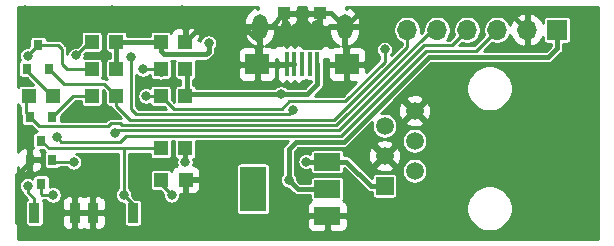
<source format=gbr>
%TF.GenerationSoftware,KiCad,Pcbnew,(5.1.9-0-10_14)*%
%TF.CreationDate,2021-04-09T15:24:22+02:00*%
%TF.ProjectId,P1_wifi,50315f77-6966-4692-9e6b-696361645f70,rev?*%
%TF.SameCoordinates,Original*%
%TF.FileFunction,Copper,L1,Top*%
%TF.FilePolarity,Positive*%
%FSLAX46Y46*%
G04 Gerber Fmt 4.6, Leading zero omitted, Abs format (unit mm)*
G04 Created by KiCad (PCBNEW (5.1.9-0-10_14)) date 2021-04-09 15:24:22*
%MOMM*%
%LPD*%
G01*
G04 APERTURE LIST*
%TA.AperFunction,SMDPad,CuDef*%
%ADD10R,0.900000X1.700000*%
%TD*%
%TA.AperFunction,SMDPad,CuDef*%
%ADD11R,0.800000X0.900000*%
%TD*%
%TA.AperFunction,SMDPad,CuDef*%
%ADD12R,2.200000X3.800000*%
%TD*%
%TA.AperFunction,SMDPad,CuDef*%
%ADD13R,2.200000X1.500000*%
%TD*%
%TA.AperFunction,SMDPad,CuDef*%
%ADD14R,1.200000X1.200000*%
%TD*%
%TA.AperFunction,ComponentPad*%
%ADD15O,1.700000X1.700000*%
%TD*%
%TA.AperFunction,ComponentPad*%
%ADD16R,1.700000X1.700000*%
%TD*%
%TA.AperFunction,SMDPad,CuDef*%
%ADD17R,0.400000X2.150000*%
%TD*%
%TA.AperFunction,SMDPad,CuDef*%
%ADD18R,1.000000X1.000000*%
%TD*%
%TA.AperFunction,ComponentPad*%
%ADD19O,1.300000X2.150000*%
%TD*%
%TA.AperFunction,ComponentPad*%
%ADD20R,2.000000X1.800000*%
%TD*%
%TA.AperFunction,ComponentPad*%
%ADD21R,1.520000X1.520000*%
%TD*%
%TA.AperFunction,ComponentPad*%
%ADD22C,1.520000*%
%TD*%
%TA.AperFunction,ViaPad*%
%ADD23C,0.812800*%
%TD*%
%TA.AperFunction,Conductor*%
%ADD24C,0.406400*%
%TD*%
%TA.AperFunction,Conductor*%
%ADD25C,0.254000*%
%TD*%
%TA.AperFunction,Conductor*%
%ADD26C,0.100000*%
%TD*%
G04 APERTURE END LIST*
D10*
%TO.P,RST1,2*%
%TO.N,RST*%
X9349000Y2540000D03*
%TO.P,RST1,1*%
%TO.N,GND*%
X12749000Y2540000D03*
%TD*%
D11*
%TO.P,Q3,3*%
%TO.N,GPIO0*%
X9906000Y8652000D03*
%TO.P,Q3,2*%
%TO.N,DTR*%
X8956000Y10652000D03*
%TO.P,Q3,1*%
%TO.N,Net-(Q3-Pad1)*%
X10856000Y10652000D03*
%TD*%
%TO.P,Q2,3*%
%TO.N,RST*%
X9652000Y16748000D03*
%TO.P,Q2,2*%
%TO.N,RTS*%
X10602000Y14748000D03*
%TO.P,Q2,1*%
%TO.N,Net-(Q2-Pad1)*%
X8702000Y14748000D03*
%TD*%
%TO.P,Q1,3*%
%TO.N,RX*%
X9906000Y5019800D03*
%TO.P,Q1,2*%
%TO.N,GND*%
X8956000Y7019800D03*
%TO.P,Q1,1*%
%TO.N,DATA*%
X10856000Y7019800D03*
%TD*%
D10*
%TO.P,PROG1,2*%
%TO.N,GPIO0*%
X17702000Y2540000D03*
%TO.P,PROG1,1*%
%TO.N,GND*%
X14302000Y2540000D03*
%TD*%
D12*
%TO.P,U2,4*%
%TO.N,N/C*%
X27838000Y4572000D03*
D13*
%TO.P,U2,1*%
%TO.N,GND*%
X34138000Y2272000D03*
%TO.P,U2,2*%
%TO.N,+3V3*%
X34138000Y4572000D03*
%TO.P,U2,3*%
%TO.N,+5V*%
X34138000Y6872000D03*
%TD*%
D14*
%TO.P,R8,1*%
%TO.N,Net-(R8-Pad1)*%
X20066000Y5334000D03*
%TO.P,R8,2*%
%TO.N,GND*%
X22166000Y5334000D03*
%TD*%
%TO.P,R7,1*%
%TO.N,GPIO0*%
X20032000Y8001000D03*
%TO.P,R7,2*%
%TO.N,+3V3*%
X22132000Y8001000D03*
%TD*%
%TO.P,R6,1*%
%TO.N,Net-(Q3-Pad1)*%
X14190000Y12446000D03*
%TO.P,R6,2*%
%TO.N,RTS*%
X16290000Y12446000D03*
%TD*%
%TO.P,R5,1*%
%TO.N,Net-(Q2-Pad1)*%
X10956000Y12446000D03*
%TO.P,R5,2*%
%TO.N,DTR*%
X8856000Y12446000D03*
%TD*%
%TO.P,R4,1*%
%TO.N,+5V*%
X22132000Y14732000D03*
%TO.P,R4,2*%
%TO.N,RX*%
X20032000Y14732000D03*
%TD*%
%TO.P,R3,1*%
%TO.N,+3V3*%
X16290000Y17018000D03*
%TO.P,R3,2*%
%TO.N,Net-(R3-Pad2)*%
X14190000Y17018000D03*
%TD*%
%TO.P,R2,1*%
%TO.N,RST*%
X14190000Y14732000D03*
%TO.P,R2,2*%
%TO.N,+3V3*%
X16290000Y14732000D03*
%TD*%
%TO.P,R1,1*%
%TO.N,+5V*%
X22132000Y12446000D03*
%TO.P,R1,2*%
%TO.N,DATA*%
X20032000Y12446000D03*
%TD*%
D15*
%TO.P,J3,6*%
%TO.N,RTS*%
X40894000Y18034000D03*
%TO.P,J3,5*%
%TO.N,DTR*%
X43434000Y18034000D03*
%TO.P,J3,4*%
%TO.N,RX*%
X45974000Y18034000D03*
%TO.P,J3,3*%
%TO.N,TX*%
X48514000Y18034000D03*
%TO.P,J3,2*%
%TO.N,GND*%
X51054000Y18034000D03*
D16*
%TO.P,J3,1*%
%TO.N,+3V3*%
X53594000Y18034000D03*
%TD*%
D17*
%TO.P,J2,5*%
%TO.N,GND*%
X30704000Y15128000D03*
%TO.P,J2,4*%
X31354000Y15128000D03*
%TO.P,J2,3*%
%TO.N,Net-(J2-Pad3)*%
X32004000Y15128000D03*
%TO.P,J2,2*%
%TO.N,Net-(J2-Pad2)*%
X32654000Y15128000D03*
D18*
%TO.P,J2,SH*%
%TO.N,GND*%
X30504000Y19438000D03*
D19*
X28404000Y18288000D03*
D20*
X28204000Y15128000D03*
D19*
X35604000Y18288000D03*
D20*
X35804000Y15128000D03*
D17*
%TO.P,J2,1*%
%TO.N,+5V*%
X33304000Y15128000D03*
D18*
%TO.P,J2,SH*%
%TO.N,GND*%
X33504000Y19438000D03*
%TD*%
D21*
%TO.P,J1,1*%
%TO.N,+5V*%
X38989000Y4826000D03*
D22*
%TO.P,J1,2*%
X41529000Y6096000D03*
%TO.P,J1,3*%
%TO.N,GND*%
X38989000Y7366000D03*
%TO.P,J1,4*%
%TO.N,Net-(J1-Pad4)*%
X41529000Y8636000D03*
%TO.P,J1,5*%
%TO.N,DATA*%
X38989000Y9906000D03*
%TO.P,J1,6*%
%TO.N,GND*%
X41529000Y11176000D03*
%TD*%
D14*
%TO.P,C1,1*%
%TO.N,+3V3*%
X20032000Y17018000D03*
%TO.P,C1,2*%
%TO.N,GND*%
X22132000Y17018000D03*
%TD*%
D23*
%TO.N,GND*%
X25340644Y2599356D03*
X14859000Y10769600D03*
X12496800Y10718800D03*
X26974800Y7569200D03*
X56007000Y1905000D03*
X56007000Y11430000D03*
X56007000Y17780000D03*
X38227000Y1905000D03*
X30607000Y18415000D03*
X31877000Y18415000D03*
X33147000Y18415000D03*
X38227000Y18415000D03*
X14097000Y5080000D03*
X18288000Y5080000D03*
X18796000Y13589000D03*
X31877000Y2159000D03*
X8509000Y19685000D03*
X15875000Y19685000D03*
X21844000Y19685000D03*
%TO.N,+5V*%
X30226000Y12598400D03*
X32334200Y6883400D03*
%TO.N,+3V3*%
X30861018Y5334000D03*
X22098000Y6858000D03*
X24091900Y16916400D03*
%TO.N,DATA*%
X18796000Y12446000D03*
X38989000Y16383000D03*
X12665200Y6842000D03*
%TO.N,RX*%
X18542000Y14732000D03*
X16141862Y9283862D03*
X10922000Y4064000D03*
%TO.N,TX*%
X11226800Y8940800D03*
%TO.N,RST*%
X8763000Y4826002D03*
X8788400Y15849600D03*
%TO.N,GPIO0*%
X16891000Y4064000D03*
%TO.N,LED_DIN*%
X17526000Y15748000D03*
X31201921Y11216079D03*
%TO.N,Net-(R3-Pad2)*%
X12852400Y15875000D03*
%TO.N,Net-(R8-Pad1)*%
X20955000Y4064000D03*
%TD*%
D24*
%TO.N,GND*%
X31354000Y15128000D02*
X30704000Y15128000D01*
X30704000Y15128000D02*
X28404000Y15128000D01*
X29354000Y18288000D02*
X30504000Y19438000D01*
X28404000Y18288000D02*
X29354000Y18288000D01*
X30504000Y19438000D02*
X33504000Y19438000D01*
X34454000Y19438000D02*
X35604000Y18288000D01*
X33504000Y19438000D02*
X34454000Y19438000D01*
X35604000Y15128000D02*
X35604000Y18288000D01*
X28404000Y16974000D02*
X28404000Y18288000D01*
X28404000Y15128000D02*
X28404000Y16974000D01*
X22132000Y17018000D02*
X22944804Y17830804D01*
X22944804Y17830804D02*
X27547196Y17830804D01*
X27547196Y17830804D02*
X28404000Y16974000D01*
X25281288Y2540000D02*
X25340644Y2599356D01*
X51054000Y17780000D02*
X51054000Y18034000D01*
X41736198Y11176000D02*
X41736198Y11383198D01*
X40259000Y8636000D02*
X40259000Y9969500D01*
X41569099Y11279599D02*
X41632599Y11279599D01*
X40259000Y9969500D02*
X41569099Y11279599D01*
X41632599Y11279599D02*
X41736198Y11176000D01*
X38989000Y7366000D02*
X40259000Y8636000D01*
X49530000Y19558000D02*
X51054000Y18034000D01*
X36874000Y19558000D02*
X49530000Y19558000D01*
X35604000Y18288000D02*
X36874000Y19558000D01*
X14302000Y2540000D02*
X12749000Y2540000D01*
X12749000Y1016000D02*
X12749000Y2540000D01*
X8636000Y1016000D02*
X12749000Y1016000D01*
X7874000Y1778000D02*
X8636000Y1016000D01*
X7874000Y5760000D02*
X7874000Y1778000D01*
X8956000Y6842000D02*
X7874000Y5760000D01*
X23757288Y1016000D02*
X25340644Y2599356D01*
D25*
X22166000Y5334000D02*
X21844000Y5012000D01*
D24*
X22166000Y1084000D02*
X22098000Y1016000D01*
X22166000Y5334000D02*
X22166000Y1084000D01*
X22098000Y1016000D02*
X23757288Y1016000D01*
X12749000Y1016000D02*
X22098000Y1016000D01*
X33376000Y2272000D02*
X31990000Y2272000D01*
X31990000Y2272000D02*
X31877000Y2159000D01*
%TO.N,+5V*%
X22225000Y14639000D02*
X22132000Y14732000D01*
X22225000Y13462000D02*
X22225000Y14639000D01*
X22225000Y12539000D02*
X22132000Y12446000D01*
X22225000Y13462000D02*
X22225000Y12539000D01*
X33304000Y13462000D02*
X33304000Y15128000D01*
X33304000Y13441200D02*
X33304000Y13462000D01*
X32461200Y12598400D02*
X33304000Y13441200D01*
X30226000Y12598400D02*
X32461200Y12598400D01*
X22284400Y12598400D02*
X22132000Y12446000D01*
X30226000Y12598400D02*
X22284400Y12598400D01*
X38989000Y4826000D02*
X37822600Y4826000D01*
X34138000Y6872000D02*
X32345600Y6872000D01*
X32345600Y6872000D02*
X32334200Y6883400D01*
X35765200Y6883400D02*
X32334200Y6883400D01*
X37822600Y4826000D02*
X35765200Y6883400D01*
%TO.N,+3V3*%
X16256000Y14766000D02*
X16290000Y14732000D01*
X16256000Y17018000D02*
X16256000Y14766000D01*
X20032000Y17018000D02*
X16256000Y17018000D01*
X22132000Y8001000D02*
X22132000Y6892000D01*
X22132000Y6892000D02*
X22098000Y6858000D01*
X24091900Y16192500D02*
X24091900Y16916400D01*
X23850601Y15951201D02*
X24091900Y16192500D01*
X20032000Y16264600D02*
X20345399Y15951201D01*
X20345399Y15951201D02*
X23850601Y15951201D01*
X20032000Y17018000D02*
X20032000Y16264600D01*
X31623018Y4572000D02*
X30861018Y5334000D01*
X31623018Y4572000D02*
X34138000Y4572000D01*
X53594000Y16484600D02*
X53594000Y18034000D01*
X52857400Y15748000D02*
X53594000Y16484600D01*
X42736129Y15748000D02*
X52857400Y15748000D01*
X35522507Y8534378D02*
X42736129Y15748000D01*
X30861018Y5334000D02*
X30861018Y7924818D01*
X31470578Y8534378D02*
X35522507Y8534378D01*
X30861018Y7924818D02*
X31470578Y8534378D01*
D25*
%TO.N,DATA*%
X20032000Y12446000D02*
X18796000Y12446000D01*
X10856000Y6842000D02*
X12665200Y6842000D01*
X12706600Y6883400D02*
X12665200Y6842000D01*
X38989000Y15341600D02*
X38989000Y16383000D01*
X30909770Y11988800D02*
X35636200Y11988800D01*
X30274814Y11353844D02*
X30909770Y11988800D01*
X21124156Y11353844D02*
X30274814Y11353844D01*
X35636200Y11988800D02*
X38989000Y15341600D01*
X20032000Y12446000D02*
X21124156Y11353844D01*
%TO.N,RTS*%
X15274000Y13462000D02*
X16290000Y12446000D01*
X11888000Y13462000D02*
X15274000Y13462000D01*
X10602000Y14748000D02*
X11888000Y13462000D01*
X40894000Y16600007D02*
X34733415Y10439422D01*
X17442578Y10439422D02*
X16290000Y11592000D01*
X40894000Y18034000D02*
X40894000Y16600007D01*
X16290000Y11592000D02*
X16290000Y12446000D01*
X34733415Y10439422D02*
X17442578Y10439422D01*
%TO.N,DTR*%
X8602000Y11006000D02*
X8956000Y10652000D01*
X8602000Y12446000D02*
X8602000Y11006000D01*
X16586198Y10134602D02*
X15824202Y10134602D01*
X43434000Y18034000D02*
X42974586Y18034000D01*
X34922797Y9982211D02*
X16738589Y9982211D01*
X42974586Y18034000D02*
X34922797Y9982211D01*
X15824202Y10134602D02*
X15561399Y9871799D01*
X16738589Y9982211D02*
X16586198Y10134602D01*
X9736201Y9871799D02*
X8956000Y10652000D01*
X15561399Y9871799D02*
X9736201Y9871799D01*
D24*
%TO.N,RX*%
X20032000Y14732000D02*
X20032000Y14258000D01*
D25*
X18542000Y14732000D02*
X20032000Y14732000D01*
X9906000Y4842000D02*
X9906000Y4138000D01*
X9906000Y4138000D02*
X9980000Y4064000D01*
X9980000Y4064000D02*
X10922000Y4064000D01*
X42325801Y16738622D02*
X35112179Y9525000D01*
X35112179Y9525000D02*
X16383000Y9525000D01*
X45974000Y18034000D02*
X44678622Y16738622D01*
X16383000Y9525000D02*
X16141862Y9283862D01*
X44678622Y16738622D02*
X42325801Y16738622D01*
%TO.N,TX*%
X35301561Y9067789D02*
X17131367Y9067789D01*
X16597979Y8534401D02*
X11633199Y8534401D01*
X11633199Y8534401D02*
X11226800Y8940800D01*
X46761411Y16281411D02*
X42515183Y16281411D01*
X42515183Y16281411D02*
X35301561Y9067789D01*
X48514000Y18034000D02*
X46761411Y16281411D01*
X17131367Y9067789D02*
X16597979Y8534401D01*
%TO.N,Net-(Q2-Pad1)*%
X10702000Y12589800D02*
X10702000Y12446000D01*
X8702000Y14589800D02*
X10702000Y12589800D01*
X8702000Y14748000D02*
X8702000Y14589800D01*
%TO.N,RST*%
X9349000Y3732000D02*
X8763000Y4318000D01*
X8763000Y4318000D02*
X8763000Y4826002D01*
X9349000Y2540000D02*
X9349000Y3732000D01*
X11658600Y15163800D02*
X12090400Y14732000D01*
X11658600Y16433800D02*
X11658600Y15163800D01*
X12090400Y14732000D02*
X14190000Y14732000D01*
X11344400Y16748000D02*
X11658600Y16433800D01*
X9652000Y16748000D02*
X11344400Y16748000D01*
X9652000Y16748000D02*
X8788400Y15884400D01*
X8788400Y15884400D02*
X8788400Y15849600D01*
%TO.N,Net-(Q3-Pad1)*%
X10856000Y10652000D02*
X12650000Y12446000D01*
X12650000Y12446000D02*
X14190000Y12446000D01*
%TO.N,GPIO0*%
X18796000Y8001000D02*
X20032000Y8001000D01*
X17702000Y3253000D02*
X16891000Y4064000D01*
X17702000Y2540000D02*
X17702000Y3253000D01*
X10557000Y8001000D02*
X18796000Y8001000D01*
X9906000Y8652000D02*
X10557000Y8001000D01*
X16916400Y4089400D02*
X16891000Y4064000D01*
X16916400Y8001000D02*
X16916400Y4089400D01*
X18796000Y8001000D02*
X16916400Y8001000D01*
%TO.N,LED_DIN*%
X17526000Y11353800D02*
X17983167Y10896633D01*
X17526000Y15748000D02*
X17526000Y11353800D01*
X30882475Y10896633D02*
X31201921Y11216079D01*
X17983167Y10896633D02*
X30882475Y10896633D01*
%TO.N,Net-(R3-Pad2)*%
X13995400Y17018000D02*
X12852400Y15875000D01*
X14190000Y17018000D02*
X13995400Y17018000D01*
%TO.N,Net-(R8-Pad1)*%
X20066000Y4953000D02*
X20955000Y4064000D01*
X20066000Y5334000D02*
X20066000Y4953000D01*
%TD*%
%TO.N,GND*%
X28276998Y19832068D02*
X28078529Y19956099D01*
X28029585Y19948787D01*
X27795689Y19851997D01*
X27585170Y19711436D01*
X27406118Y19532505D01*
X27265415Y19322081D01*
X27168467Y19088251D01*
X27119000Y18840000D01*
X27119000Y18415000D01*
X28277000Y18415000D01*
X28277000Y18435000D01*
X28531000Y18435000D01*
X28531000Y18415000D01*
X29640322Y18415000D01*
X29649506Y18407463D01*
X29759820Y18348498D01*
X29879518Y18312188D01*
X30004000Y18299928D01*
X30218250Y18303000D01*
X30377000Y18461750D01*
X30377000Y19311000D01*
X30631000Y19311000D01*
X30631000Y18461750D01*
X30789750Y18303000D01*
X31004000Y18299928D01*
X31128482Y18312188D01*
X31248180Y18348498D01*
X31358494Y18407463D01*
X31455185Y18486815D01*
X31534537Y18583506D01*
X31593502Y18693820D01*
X31629812Y18813518D01*
X31642072Y18938000D01*
X32365928Y18938000D01*
X32378188Y18813518D01*
X32414498Y18693820D01*
X32473463Y18583506D01*
X32552815Y18486815D01*
X32649506Y18407463D01*
X32759820Y18348498D01*
X32879518Y18312188D01*
X33004000Y18299928D01*
X33218250Y18303000D01*
X33377000Y18461750D01*
X33377000Y19311000D01*
X32527750Y19311000D01*
X32369000Y19152250D01*
X32365928Y18938000D01*
X31642072Y18938000D01*
X31639000Y19152250D01*
X31480250Y19311000D01*
X30631000Y19311000D01*
X30377000Y19311000D01*
X30357000Y19311000D01*
X30357000Y19565000D01*
X30377000Y19565000D01*
X30377000Y19585000D01*
X30631000Y19585000D01*
X30631000Y19565000D01*
X31480250Y19565000D01*
X31639000Y19723750D01*
X31642072Y19938000D01*
X31639433Y19964800D01*
X32368567Y19964800D01*
X32365928Y19938000D01*
X32369000Y19723750D01*
X32527750Y19565000D01*
X33377000Y19565000D01*
X33377000Y19585000D01*
X33631000Y19585000D01*
X33631000Y19565000D01*
X33651000Y19565000D01*
X33651000Y19311000D01*
X33631000Y19311000D01*
X33631000Y18461750D01*
X33789750Y18303000D01*
X34004000Y18299928D01*
X34128482Y18312188D01*
X34248180Y18348498D01*
X34358494Y18407463D01*
X34367678Y18415000D01*
X35477000Y18415000D01*
X35477000Y18435000D01*
X35731000Y18435000D01*
X35731000Y18415000D01*
X36889000Y18415000D01*
X36889000Y18840000D01*
X36839533Y19088251D01*
X36742585Y19322081D01*
X36601882Y19532505D01*
X36422830Y19711436D01*
X36212311Y19851997D01*
X35978415Y19948787D01*
X35929471Y19956099D01*
X35731002Y19832068D01*
X35731002Y19964800D01*
X57048800Y19964800D01*
X57048801Y355200D01*
X7950200Y355200D01*
X7950200Y4898551D01*
X8026400Y4898551D01*
X8026400Y4753453D01*
X8054707Y4611144D01*
X8110234Y4477091D01*
X8190845Y4356447D01*
X8293445Y4253847D01*
X8311066Y4242073D01*
X8312415Y4228374D01*
X8338559Y4142192D01*
X8381013Y4062765D01*
X8438147Y3993147D01*
X8455597Y3978826D01*
X8749776Y3684647D01*
X8714663Y3665879D01*
X8664384Y3624616D01*
X8623121Y3574337D01*
X8592460Y3516973D01*
X8573578Y3454730D01*
X8567203Y3390000D01*
X8567203Y1690000D01*
X8573578Y1625270D01*
X8592460Y1563027D01*
X8623121Y1505663D01*
X8664384Y1455384D01*
X8714663Y1414121D01*
X8772027Y1383460D01*
X8834270Y1364578D01*
X8899000Y1358203D01*
X9799000Y1358203D01*
X9863730Y1364578D01*
X9925973Y1383460D01*
X9983337Y1414121D01*
X10033616Y1455384D01*
X10074879Y1505663D01*
X10105540Y1563027D01*
X10124422Y1625270D01*
X10130797Y1690000D01*
X11660928Y1690000D01*
X11673188Y1565518D01*
X11709498Y1445820D01*
X11768463Y1335506D01*
X11847815Y1238815D01*
X11944506Y1159463D01*
X12054820Y1100498D01*
X12174518Y1064188D01*
X12299000Y1051928D01*
X12463250Y1055000D01*
X12622000Y1213750D01*
X12622000Y2413000D01*
X12876000Y2413000D01*
X12876000Y1213750D01*
X13034750Y1055000D01*
X13199000Y1051928D01*
X13323482Y1064188D01*
X13443180Y1100498D01*
X13525500Y1144500D01*
X13607820Y1100498D01*
X13727518Y1064188D01*
X13852000Y1051928D01*
X14016250Y1055000D01*
X14175000Y1213750D01*
X14175000Y2413000D01*
X14429000Y2413000D01*
X14429000Y1213750D01*
X14587750Y1055000D01*
X14752000Y1051928D01*
X14876482Y1064188D01*
X14996180Y1100498D01*
X15106494Y1159463D01*
X15203185Y1238815D01*
X15282537Y1335506D01*
X15341502Y1445820D01*
X15377812Y1565518D01*
X15390072Y1690000D01*
X15387000Y2254250D01*
X15228250Y2413000D01*
X14429000Y2413000D01*
X14175000Y2413000D01*
X12876000Y2413000D01*
X12622000Y2413000D01*
X11822750Y2413000D01*
X11664000Y2254250D01*
X11660928Y1690000D01*
X10130797Y1690000D01*
X10130797Y3390000D01*
X10124422Y3454730D01*
X10105540Y3516973D01*
X10074879Y3574337D01*
X10048237Y3606800D01*
X10341590Y3606800D01*
X10349845Y3594445D01*
X10452445Y3491845D01*
X10573089Y3411234D01*
X10707142Y3355707D01*
X10849451Y3327400D01*
X10994549Y3327400D01*
X11136858Y3355707D01*
X11219647Y3390000D01*
X11660928Y3390000D01*
X11664000Y2825750D01*
X11822750Y2667000D01*
X12622000Y2667000D01*
X12622000Y3866250D01*
X12876000Y3866250D01*
X12876000Y2667000D01*
X14175000Y2667000D01*
X14175000Y3866250D01*
X14429000Y3866250D01*
X14429000Y2667000D01*
X15228250Y2667000D01*
X15387000Y2825750D01*
X15390072Y3390000D01*
X15377812Y3514482D01*
X15341502Y3634180D01*
X15282537Y3744494D01*
X15203185Y3841185D01*
X15106494Y3920537D01*
X14996180Y3979502D01*
X14876482Y4015812D01*
X14752000Y4028072D01*
X14587750Y4025000D01*
X14429000Y3866250D01*
X14175000Y3866250D01*
X14016250Y4025000D01*
X13852000Y4028072D01*
X13727518Y4015812D01*
X13607820Y3979502D01*
X13525500Y3935500D01*
X13443180Y3979502D01*
X13323482Y4015812D01*
X13199000Y4028072D01*
X13034750Y4025000D01*
X12876000Y3866250D01*
X12622000Y3866250D01*
X12463250Y4025000D01*
X12299000Y4028072D01*
X12174518Y4015812D01*
X12054820Y3979502D01*
X11944506Y3920537D01*
X11847815Y3841185D01*
X11768463Y3744494D01*
X11709498Y3634180D01*
X11673188Y3514482D01*
X11660928Y3390000D01*
X11219647Y3390000D01*
X11270911Y3411234D01*
X11391555Y3491845D01*
X11494155Y3594445D01*
X11574766Y3715089D01*
X11630293Y3849142D01*
X11658600Y3991451D01*
X11658600Y4136549D01*
X11630293Y4278858D01*
X11574766Y4412911D01*
X11494155Y4533555D01*
X11391555Y4636155D01*
X11270911Y4716766D01*
X11136858Y4772293D01*
X10994549Y4800600D01*
X10849451Y4800600D01*
X10707142Y4772293D01*
X10637797Y4743569D01*
X10637797Y5469800D01*
X10631422Y5534530D01*
X10612540Y5596773D01*
X10581879Y5654137D01*
X10540616Y5704416D01*
X10490337Y5745679D01*
X10432973Y5776340D01*
X10370730Y5795222D01*
X10306000Y5801597D01*
X9506000Y5801597D01*
X9441270Y5795222D01*
X9379027Y5776340D01*
X9321663Y5745679D01*
X9271384Y5704416D01*
X9230121Y5654137D01*
X9199460Y5596773D01*
X9180578Y5534530D01*
X9174203Y5469800D01*
X9174203Y5437146D01*
X9111911Y5478768D01*
X8977858Y5534295D01*
X8835549Y5562602D01*
X8690451Y5562602D01*
X8548142Y5534295D01*
X8414089Y5478768D01*
X8293445Y5398157D01*
X8190845Y5295557D01*
X8110234Y5174913D01*
X8054707Y5040860D01*
X8026400Y4898551D01*
X7950200Y4898551D01*
X7950200Y6379347D01*
X7966498Y6325620D01*
X8025463Y6215306D01*
X8104815Y6118615D01*
X8201506Y6039263D01*
X8311820Y5980298D01*
X8431518Y5943988D01*
X8556000Y5931728D01*
X8670250Y5934800D01*
X8829000Y6093550D01*
X8829000Y6892800D01*
X9083000Y6892800D01*
X9083000Y6093550D01*
X9241750Y5934800D01*
X9356000Y5931728D01*
X9480482Y5943988D01*
X9600180Y5980298D01*
X9710494Y6039263D01*
X9807185Y6118615D01*
X9886537Y6215306D01*
X9945502Y6325620D01*
X9981812Y6445318D01*
X9994072Y6569800D01*
X9991000Y6734050D01*
X9832250Y6892800D01*
X9083000Y6892800D01*
X8829000Y6892800D01*
X8809000Y6892800D01*
X8809000Y7146800D01*
X8829000Y7146800D01*
X8829000Y7946050D01*
X8670250Y8104800D01*
X8556000Y8107872D01*
X8431518Y8095612D01*
X8311820Y8059302D01*
X8201506Y8000337D01*
X8104815Y7920985D01*
X8025463Y7824294D01*
X7966498Y7713980D01*
X7950200Y7660253D01*
X7950200Y11717643D01*
X7980121Y11661663D01*
X8021384Y11611384D01*
X8071663Y11570121D01*
X8129027Y11539460D01*
X8144801Y11534675D01*
X8144801Y11028459D01*
X8142589Y11006000D01*
X8144801Y10983540D01*
X8151416Y10916373D01*
X8164840Y10872123D01*
X8177560Y10830191D01*
X8220013Y10750765D01*
X8224203Y10745660D01*
X8224203Y10202000D01*
X8230578Y10137270D01*
X8249460Y10075027D01*
X8280121Y10017663D01*
X8321384Y9967384D01*
X8371663Y9926121D01*
X8429027Y9895460D01*
X8491270Y9876578D01*
X8556000Y9870203D01*
X9091219Y9870203D01*
X9397031Y9564391D01*
X9411348Y9546946D01*
X9480965Y9489812D01*
X9560392Y9447358D01*
X9605095Y9433797D01*
X9506000Y9433797D01*
X9441270Y9427422D01*
X9379027Y9408540D01*
X9321663Y9377879D01*
X9271384Y9336616D01*
X9230121Y9286337D01*
X9199460Y9228973D01*
X9180578Y9166730D01*
X9174203Y9102000D01*
X9174203Y8202000D01*
X9180578Y8137270D01*
X9199460Y8075027D01*
X9203820Y8066870D01*
X9083000Y7946050D01*
X9083000Y7146800D01*
X9832250Y7146800D01*
X9991000Y7305550D01*
X9994072Y7469800D01*
X9981812Y7594282D01*
X9945502Y7713980D01*
X9886537Y7824294D01*
X9848861Y7870203D01*
X10041219Y7870203D01*
X10214903Y7696519D01*
X10180121Y7654137D01*
X10149460Y7596773D01*
X10130578Y7534530D01*
X10124203Y7469800D01*
X10124203Y6569800D01*
X10130578Y6505070D01*
X10149460Y6442827D01*
X10180121Y6385463D01*
X10221384Y6335184D01*
X10271663Y6293921D01*
X10329027Y6263260D01*
X10391270Y6244378D01*
X10456000Y6238003D01*
X11256000Y6238003D01*
X11320730Y6244378D01*
X11382973Y6263260D01*
X11440337Y6293921D01*
X11490616Y6335184D01*
X11531335Y6384800D01*
X12084790Y6384800D01*
X12093045Y6372445D01*
X12195645Y6269845D01*
X12316289Y6189234D01*
X12450342Y6133707D01*
X12592651Y6105400D01*
X12737749Y6105400D01*
X12880058Y6133707D01*
X13014111Y6189234D01*
X13134755Y6269845D01*
X13237355Y6372445D01*
X13317966Y6493089D01*
X13373493Y6627142D01*
X13401800Y6769451D01*
X13401800Y6914549D01*
X13373493Y7056858D01*
X13317966Y7190911D01*
X13237355Y7311555D01*
X13134755Y7414155D01*
X13014111Y7494766D01*
X12895733Y7543800D01*
X16459200Y7543800D01*
X16459201Y4661382D01*
X16421445Y4636155D01*
X16318845Y4533555D01*
X16238234Y4412911D01*
X16182707Y4278858D01*
X16154400Y4136549D01*
X16154400Y3991451D01*
X16182707Y3849142D01*
X16238234Y3715089D01*
X16318845Y3594445D01*
X16421445Y3491845D01*
X16542089Y3411234D01*
X16676142Y3355707D01*
X16818451Y3327400D01*
X16920203Y3327400D01*
X16920203Y1690000D01*
X16926578Y1625270D01*
X16945460Y1563027D01*
X16976121Y1505663D01*
X17017384Y1455384D01*
X17067663Y1414121D01*
X17125027Y1383460D01*
X17187270Y1364578D01*
X17252000Y1358203D01*
X18152000Y1358203D01*
X18216730Y1364578D01*
X18278973Y1383460D01*
X18336337Y1414121D01*
X18386616Y1455384D01*
X18427879Y1505663D01*
X18436611Y1522000D01*
X32399928Y1522000D01*
X32412188Y1397518D01*
X32448498Y1277820D01*
X32507463Y1167506D01*
X32586815Y1070815D01*
X32683506Y991463D01*
X32793820Y932498D01*
X32913518Y896188D01*
X33038000Y883928D01*
X33852250Y887000D01*
X34011000Y1045750D01*
X34011000Y2145000D01*
X34265000Y2145000D01*
X34265000Y1045750D01*
X34423750Y887000D01*
X35238000Y883928D01*
X35362482Y896188D01*
X35482180Y932498D01*
X35592494Y991463D01*
X35689185Y1070815D01*
X35768537Y1167506D01*
X35827502Y1277820D01*
X35863812Y1397518D01*
X35876072Y1522000D01*
X35873000Y1986250D01*
X35714250Y2145000D01*
X34265000Y2145000D01*
X34011000Y2145000D01*
X32561750Y2145000D01*
X32403000Y1986250D01*
X32399928Y1522000D01*
X18436611Y1522000D01*
X18458540Y1563027D01*
X18477422Y1625270D01*
X18483797Y1690000D01*
X18483797Y3390000D01*
X18477422Y3454730D01*
X18458540Y3516973D01*
X18427879Y3574337D01*
X18386616Y3624616D01*
X18336337Y3665879D01*
X18278973Y3696540D01*
X18216730Y3715422D01*
X18152000Y3721797D01*
X17879781Y3721797D01*
X17624701Y3976877D01*
X17627600Y3991451D01*
X17627600Y4136549D01*
X17599293Y4278858D01*
X17543766Y4412911D01*
X17463155Y4533555D01*
X17373600Y4623110D01*
X17373600Y7543800D01*
X19100203Y7543800D01*
X19100203Y7401000D01*
X19106578Y7336270D01*
X19125460Y7274027D01*
X19156121Y7216663D01*
X19197384Y7166384D01*
X19247663Y7125121D01*
X19305027Y7094460D01*
X19367270Y7075578D01*
X19432000Y7069203D01*
X20632000Y7069203D01*
X20696730Y7075578D01*
X20758973Y7094460D01*
X20816337Y7125121D01*
X20866616Y7166384D01*
X20907879Y7216663D01*
X20938540Y7274027D01*
X20957422Y7336270D01*
X20963797Y7401000D01*
X20963797Y8601000D01*
X20962853Y8610589D01*
X21201147Y8610589D01*
X21200203Y8601000D01*
X21200203Y7401000D01*
X21206578Y7336270D01*
X21225460Y7274027D01*
X21256121Y7216663D01*
X21297384Y7166384D01*
X21347663Y7125121D01*
X21399810Y7097249D01*
X21389707Y7072858D01*
X21361400Y6930549D01*
X21361400Y6785451D01*
X21389707Y6643142D01*
X21426154Y6555151D01*
X21321820Y6523502D01*
X21211506Y6464537D01*
X21114815Y6385185D01*
X21035463Y6288494D01*
X20976498Y6178180D01*
X20952383Y6098684D01*
X20941879Y6118337D01*
X20900616Y6168616D01*
X20850337Y6209879D01*
X20792973Y6240540D01*
X20730730Y6259422D01*
X20666000Y6265797D01*
X19466000Y6265797D01*
X19401270Y6259422D01*
X19339027Y6240540D01*
X19281663Y6209879D01*
X19231384Y6168616D01*
X19190121Y6118337D01*
X19159460Y6060973D01*
X19140578Y5998730D01*
X19134203Y5934000D01*
X19134203Y4734000D01*
X19140578Y4669270D01*
X19159460Y4607027D01*
X19190121Y4549663D01*
X19231384Y4499384D01*
X19281663Y4458121D01*
X19339027Y4427460D01*
X19401270Y4408578D01*
X19466000Y4402203D01*
X19970220Y4402203D01*
X20221299Y4151123D01*
X20218400Y4136549D01*
X20218400Y3991451D01*
X20246707Y3849142D01*
X20302234Y3715089D01*
X20382845Y3594445D01*
X20485445Y3491845D01*
X20606089Y3411234D01*
X20740142Y3355707D01*
X20882451Y3327400D01*
X21027549Y3327400D01*
X21169858Y3355707D01*
X21303911Y3411234D01*
X21424555Y3491845D01*
X21527155Y3594445D01*
X21607766Y3715089D01*
X21663293Y3849142D01*
X21691600Y3991451D01*
X21691600Y4097156D01*
X21880250Y4099000D01*
X22039000Y4257750D01*
X22039000Y5207000D01*
X22293000Y5207000D01*
X22293000Y4257750D01*
X22451750Y4099000D01*
X22766000Y4095928D01*
X22890482Y4108188D01*
X23010180Y4144498D01*
X23120494Y4203463D01*
X23217185Y4282815D01*
X23296537Y4379506D01*
X23355502Y4489820D01*
X23391812Y4609518D01*
X23404072Y4734000D01*
X23401000Y5048250D01*
X23242250Y5207000D01*
X22293000Y5207000D01*
X22039000Y5207000D01*
X22019000Y5207000D01*
X22019000Y5461000D01*
X22039000Y5461000D01*
X22039000Y5481000D01*
X22293000Y5481000D01*
X22293000Y5461000D01*
X23242250Y5461000D01*
X23401000Y5619750D01*
X23404072Y5934000D01*
X23391812Y6058482D01*
X23355502Y6178180D01*
X23296537Y6288494D01*
X23217185Y6385185D01*
X23120494Y6464537D01*
X23106532Y6472000D01*
X26406203Y6472000D01*
X26406203Y2672000D01*
X26412578Y2607270D01*
X26431460Y2545027D01*
X26462121Y2487663D01*
X26503384Y2437384D01*
X26553663Y2396121D01*
X26611027Y2365460D01*
X26673270Y2346578D01*
X26738000Y2340203D01*
X28938000Y2340203D01*
X29002730Y2346578D01*
X29064973Y2365460D01*
X29122337Y2396121D01*
X29172616Y2437384D01*
X29213879Y2487663D01*
X29244540Y2545027D01*
X29263422Y2607270D01*
X29269797Y2672000D01*
X29269797Y6472000D01*
X29263422Y6536730D01*
X29244540Y6598973D01*
X29213879Y6656337D01*
X29172616Y6706616D01*
X29122337Y6747879D01*
X29064973Y6778540D01*
X29002730Y6797422D01*
X28938000Y6803797D01*
X26738000Y6803797D01*
X26673270Y6797422D01*
X26611027Y6778540D01*
X26553663Y6747879D01*
X26503384Y6706616D01*
X26462121Y6656337D01*
X26431460Y6598973D01*
X26412578Y6536730D01*
X26406203Y6472000D01*
X23106532Y6472000D01*
X23010180Y6523502D01*
X22890482Y6559812D01*
X22776429Y6571045D01*
X22806293Y6643142D01*
X22834600Y6785451D01*
X22834600Y6930549D01*
X22806293Y7072858D01*
X22804225Y7077852D01*
X22858973Y7094460D01*
X22916337Y7125121D01*
X22966616Y7166384D01*
X23007879Y7216663D01*
X23038540Y7274027D01*
X23057422Y7336270D01*
X23063797Y7401000D01*
X23063797Y8601000D01*
X23062853Y8610589D01*
X30792447Y8610589D01*
X30502368Y8320509D01*
X30482024Y8303813D01*
X30465328Y8283469D01*
X30465325Y8283466D01*
X30442978Y8256236D01*
X30415368Y8222593D01*
X30415367Y8222591D01*
X30365837Y8129928D01*
X30335337Y8029382D01*
X30325039Y7924818D01*
X30327619Y7898621D01*
X30327618Y5842310D01*
X30288863Y5803555D01*
X30208252Y5682911D01*
X30152725Y5548858D01*
X30124418Y5406549D01*
X30124418Y5261451D01*
X30152725Y5119142D01*
X30208252Y4985089D01*
X30288863Y4864445D01*
X30391463Y4761845D01*
X30512107Y4681234D01*
X30646160Y4625707D01*
X30788469Y4597400D01*
X30843277Y4597400D01*
X31227322Y4213355D01*
X31244023Y4193005D01*
X31325243Y4126349D01*
X31417907Y4076819D01*
X31518453Y4046319D01*
X31596823Y4038600D01*
X31596824Y4038600D01*
X31623018Y4036020D01*
X31649212Y4038600D01*
X32706203Y4038600D01*
X32706203Y3822000D01*
X32712578Y3757270D01*
X32731460Y3695027D01*
X32762121Y3637663D01*
X32786710Y3607701D01*
X32683506Y3552537D01*
X32586815Y3473185D01*
X32507463Y3376494D01*
X32448498Y3266180D01*
X32412188Y3146482D01*
X32399928Y3022000D01*
X32403000Y2557750D01*
X32561750Y2399000D01*
X34011000Y2399000D01*
X34011000Y2419000D01*
X34265000Y2419000D01*
X34265000Y2399000D01*
X35714250Y2399000D01*
X35873000Y2557750D01*
X35876072Y3022000D01*
X35867546Y3108570D01*
X45923800Y3108570D01*
X45923800Y2723430D01*
X45998938Y2345689D01*
X46146325Y1989866D01*
X46360297Y1669633D01*
X46632633Y1397297D01*
X46952866Y1183325D01*
X47308689Y1035938D01*
X47686430Y960800D01*
X48071570Y960800D01*
X48449311Y1035938D01*
X48805134Y1183325D01*
X49125367Y1397297D01*
X49397703Y1669633D01*
X49611675Y1989866D01*
X49759062Y2345689D01*
X49834200Y2723430D01*
X49834200Y3108570D01*
X49759062Y3486311D01*
X49611675Y3842134D01*
X49397703Y4162367D01*
X49125367Y4434703D01*
X48805134Y4648675D01*
X48449311Y4796062D01*
X48071570Y4871200D01*
X47686430Y4871200D01*
X47308689Y4796062D01*
X46952866Y4648675D01*
X46632633Y4434703D01*
X46360297Y4162367D01*
X46146325Y3842134D01*
X45998938Y3486311D01*
X45923800Y3108570D01*
X35867546Y3108570D01*
X35863812Y3146482D01*
X35827502Y3266180D01*
X35768537Y3376494D01*
X35689185Y3473185D01*
X35592494Y3552537D01*
X35489290Y3607701D01*
X35513879Y3637663D01*
X35544540Y3695027D01*
X35563422Y3757270D01*
X35569797Y3822000D01*
X35569797Y5322000D01*
X35563422Y5386730D01*
X35544540Y5448973D01*
X35513879Y5506337D01*
X35472616Y5556616D01*
X35422337Y5597879D01*
X35364973Y5628540D01*
X35302730Y5647422D01*
X35238000Y5653797D01*
X33038000Y5653797D01*
X32973270Y5647422D01*
X32911027Y5628540D01*
X32853663Y5597879D01*
X32803384Y5556616D01*
X32762121Y5506337D01*
X32731460Y5448973D01*
X32712578Y5386730D01*
X32706203Y5322000D01*
X32706203Y5105400D01*
X31843959Y5105400D01*
X31597618Y5351741D01*
X31597618Y5406549D01*
X31569311Y5548858D01*
X31513784Y5682911D01*
X31433173Y5803555D01*
X31394418Y5842310D01*
X31394418Y6955949D01*
X31597600Y6955949D01*
X31597600Y6810851D01*
X31625907Y6668542D01*
X31681434Y6534489D01*
X31762045Y6413845D01*
X31864645Y6311245D01*
X31985289Y6230634D01*
X32119342Y6175107D01*
X32261651Y6146800D01*
X32406749Y6146800D01*
X32549058Y6175107D01*
X32683111Y6230634D01*
X32706203Y6246063D01*
X32706203Y6122000D01*
X32712578Y6057270D01*
X32731460Y5995027D01*
X32762121Y5937663D01*
X32803384Y5887384D01*
X32853663Y5846121D01*
X32911027Y5815460D01*
X32973270Y5796578D01*
X33038000Y5790203D01*
X35238000Y5790203D01*
X35302730Y5796578D01*
X35364973Y5815460D01*
X35422337Y5846121D01*
X35472616Y5887384D01*
X35513879Y5937663D01*
X35544540Y5995027D01*
X35563422Y6057270D01*
X35569797Y6122000D01*
X35569797Y6324462D01*
X37426909Y4467349D01*
X37443605Y4447005D01*
X37524825Y4380349D01*
X37617489Y4330819D01*
X37718035Y4300319D01*
X37796405Y4292600D01*
X37796413Y4292600D01*
X37822600Y4290021D01*
X37848787Y4292600D01*
X37897203Y4292600D01*
X37897203Y4066000D01*
X37903578Y4001270D01*
X37922460Y3939027D01*
X37953121Y3881663D01*
X37994384Y3831384D01*
X38044663Y3790121D01*
X38102027Y3759460D01*
X38164270Y3740578D01*
X38229000Y3734203D01*
X39749000Y3734203D01*
X39813730Y3740578D01*
X39875973Y3759460D01*
X39933337Y3790121D01*
X39983616Y3831384D01*
X40024879Y3881663D01*
X40055540Y3939027D01*
X40074422Y4001270D01*
X40080797Y4066000D01*
X40080797Y5586000D01*
X40074422Y5650730D01*
X40055540Y5712973D01*
X40024879Y5770337D01*
X39983616Y5820616D01*
X39933337Y5861879D01*
X39875973Y5892540D01*
X39813730Y5911422D01*
X39749000Y5917797D01*
X38229000Y5917797D01*
X38164270Y5911422D01*
X38102027Y5892540D01*
X38044663Y5861879D01*
X37994384Y5820616D01*
X37953121Y5770337D01*
X37922460Y5712973D01*
X37903578Y5650730D01*
X37897203Y5586000D01*
X37897203Y5505739D01*
X37001079Y6401863D01*
X38204469Y6401863D01*
X38271206Y6161975D01*
X38519892Y6045076D01*
X38786606Y5978939D01*
X39061097Y5966105D01*
X39332817Y6007069D01*
X39591326Y6100256D01*
X39706794Y6161975D01*
X39718311Y6203375D01*
X40438800Y6203375D01*
X40438800Y5988625D01*
X40480696Y5778000D01*
X40562877Y5579597D01*
X40682186Y5401038D01*
X40834038Y5249186D01*
X41012597Y5129877D01*
X41211000Y5047696D01*
X41421625Y5005800D01*
X41636375Y5005800D01*
X41847000Y5047696D01*
X42045403Y5129877D01*
X42223962Y5249186D01*
X42375814Y5401038D01*
X42495123Y5579597D01*
X42577304Y5778000D01*
X42619200Y5988625D01*
X42619200Y6203375D01*
X42577304Y6414000D01*
X42495123Y6612403D01*
X42375814Y6790962D01*
X42223962Y6942814D01*
X42045403Y7062123D01*
X41847000Y7144304D01*
X41636375Y7186200D01*
X41421625Y7186200D01*
X41211000Y7144304D01*
X41012597Y7062123D01*
X40834038Y6942814D01*
X40682186Y6790962D01*
X40562877Y6612403D01*
X40480696Y6414000D01*
X40438800Y6203375D01*
X39718311Y6203375D01*
X39773531Y6401863D01*
X38989000Y7186395D01*
X38204469Y6401863D01*
X37001079Y6401863D01*
X36160896Y7242045D01*
X36144195Y7262395D01*
X36105803Y7293903D01*
X37589105Y7293903D01*
X37630069Y7022183D01*
X37723256Y6763674D01*
X37784975Y6648206D01*
X38024863Y6581469D01*
X38809395Y7366000D01*
X39168605Y7366000D01*
X39953137Y6581469D01*
X40193025Y6648206D01*
X40309924Y6896892D01*
X40376061Y7163606D01*
X40388895Y7438097D01*
X40347931Y7709817D01*
X40254744Y7968326D01*
X40193025Y8083794D01*
X39953137Y8150531D01*
X39168605Y7366000D01*
X38809395Y7366000D01*
X38024863Y8150531D01*
X37784975Y8083794D01*
X37668076Y7835108D01*
X37601939Y7568394D01*
X37589105Y7293903D01*
X36105803Y7293903D01*
X36062975Y7329051D01*
X35970311Y7378581D01*
X35869765Y7409081D01*
X35791395Y7416800D01*
X35791387Y7416800D01*
X35765200Y7419379D01*
X35739013Y7416800D01*
X35569797Y7416800D01*
X35569797Y7622000D01*
X35563422Y7686730D01*
X35544540Y7748973D01*
X35513879Y7806337D01*
X35472616Y7856616D01*
X35422337Y7897879D01*
X35364973Y7928540D01*
X35302730Y7947422D01*
X35238000Y7953797D01*
X33038000Y7953797D01*
X32973270Y7947422D01*
X32911027Y7928540D01*
X32853663Y7897879D01*
X32803384Y7856616D01*
X32762121Y7806337D01*
X32731460Y7748973D01*
X32712578Y7686730D01*
X32706203Y7622000D01*
X32706203Y7520737D01*
X32683111Y7536166D01*
X32549058Y7591693D01*
X32406749Y7620000D01*
X32261651Y7620000D01*
X32119342Y7591693D01*
X31985289Y7536166D01*
X31864645Y7455555D01*
X31762045Y7352955D01*
X31681434Y7232311D01*
X31625907Y7098258D01*
X31597600Y6955949D01*
X31394418Y6955949D01*
X31394418Y7703877D01*
X31691520Y8000978D01*
X35496320Y8000978D01*
X35522507Y7998399D01*
X35548694Y8000978D01*
X35548702Y8000978D01*
X35627072Y8008697D01*
X35727618Y8039197D01*
X35820282Y8088727D01*
X35901502Y8155383D01*
X35918203Y8175733D01*
X36072607Y8330137D01*
X38204469Y8330137D01*
X38989000Y7545605D01*
X39773531Y8330137D01*
X39706794Y8570025D01*
X39458108Y8686924D01*
X39230456Y8743375D01*
X40438800Y8743375D01*
X40438800Y8528625D01*
X40480696Y8318000D01*
X40562877Y8119597D01*
X40682186Y7941038D01*
X40834038Y7789186D01*
X41012597Y7669877D01*
X41211000Y7587696D01*
X41421625Y7545800D01*
X41636375Y7545800D01*
X41847000Y7587696D01*
X42045403Y7669877D01*
X42223962Y7789186D01*
X42375814Y7941038D01*
X42495123Y8119597D01*
X42577304Y8318000D01*
X42619200Y8528625D01*
X42619200Y8743375D01*
X42577304Y8954000D01*
X42495123Y9152403D01*
X42375814Y9330962D01*
X42223962Y9482814D01*
X42045403Y9602123D01*
X41847000Y9684304D01*
X41636375Y9726200D01*
X41421625Y9726200D01*
X41211000Y9684304D01*
X41012597Y9602123D01*
X40834038Y9482814D01*
X40682186Y9330962D01*
X40562877Y9152403D01*
X40480696Y8954000D01*
X40438800Y8743375D01*
X39230456Y8743375D01*
X39191394Y8753061D01*
X38916903Y8765895D01*
X38645183Y8724931D01*
X38386674Y8631744D01*
X38271206Y8570025D01*
X38204469Y8330137D01*
X36072607Y8330137D01*
X37934296Y10191826D01*
X37898800Y10013375D01*
X37898800Y9798625D01*
X37940696Y9588000D01*
X38022877Y9389597D01*
X38142186Y9211038D01*
X38294038Y9059186D01*
X38472597Y8939877D01*
X38671000Y8857696D01*
X38881625Y8815800D01*
X39096375Y8815800D01*
X39307000Y8857696D01*
X39505403Y8939877D01*
X39683962Y9059186D01*
X39835814Y9211038D01*
X39955123Y9389597D01*
X40037304Y9588000D01*
X40079200Y9798625D01*
X40079200Y10013375D01*
X40039719Y10211863D01*
X40744469Y10211863D01*
X40811206Y9971975D01*
X41059892Y9855076D01*
X41326606Y9788939D01*
X41601097Y9776105D01*
X41872817Y9817069D01*
X42131326Y9910256D01*
X42246794Y9971975D01*
X42313531Y10211863D01*
X41529000Y10996395D01*
X40744469Y10211863D01*
X40039719Y10211863D01*
X40037304Y10224000D01*
X39955123Y10422403D01*
X39835814Y10600962D01*
X39683962Y10752814D01*
X39505403Y10872123D01*
X39307000Y10954304D01*
X39096375Y10996200D01*
X38881625Y10996200D01*
X38703174Y10960704D01*
X38846373Y11103903D01*
X40129105Y11103903D01*
X40170069Y10832183D01*
X40263256Y10573674D01*
X40324975Y10458206D01*
X40564863Y10391469D01*
X41349395Y11176000D01*
X41708605Y11176000D01*
X42493137Y10391469D01*
X42733025Y10458206D01*
X42849924Y10706892D01*
X42916061Y10973606D01*
X42928895Y11248097D01*
X42887931Y11519817D01*
X42794744Y11778326D01*
X42733025Y11893794D01*
X42493137Y11960531D01*
X41708605Y11176000D01*
X41349395Y11176000D01*
X40564863Y11960531D01*
X40324975Y11893794D01*
X40208076Y11645108D01*
X40141939Y11378394D01*
X40129105Y11103903D01*
X38846373Y11103903D01*
X39882607Y12140137D01*
X40744469Y12140137D01*
X41529000Y11355605D01*
X42313531Y12140137D01*
X42246794Y12380025D01*
X41998108Y12496924D01*
X41731394Y12563061D01*
X41456903Y12575895D01*
X41185183Y12534931D01*
X40926674Y12441744D01*
X40811206Y12380025D01*
X40744469Y12140137D01*
X39882607Y12140137D01*
X41011040Y13268570D01*
X45923800Y13268570D01*
X45923800Y12883430D01*
X45998938Y12505689D01*
X46146325Y12149866D01*
X46360297Y11829633D01*
X46632633Y11557297D01*
X46952866Y11343325D01*
X47308689Y11195938D01*
X47686430Y11120800D01*
X48071570Y11120800D01*
X48449311Y11195938D01*
X48805134Y11343325D01*
X49125367Y11557297D01*
X49397703Y11829633D01*
X49611675Y12149866D01*
X49759062Y12505689D01*
X49834200Y12883430D01*
X49834200Y13268570D01*
X49759062Y13646311D01*
X49611675Y14002134D01*
X49397703Y14322367D01*
X49125367Y14594703D01*
X48805134Y14808675D01*
X48449311Y14956062D01*
X48071570Y15031200D01*
X47686430Y15031200D01*
X47308689Y14956062D01*
X46952866Y14808675D01*
X46632633Y14594703D01*
X46360297Y14322367D01*
X46146325Y14002134D01*
X45998938Y13646311D01*
X45923800Y13268570D01*
X41011040Y13268570D01*
X42957071Y15214600D01*
X52831213Y15214600D01*
X52857400Y15212021D01*
X52883587Y15214600D01*
X52883595Y15214600D01*
X52961965Y15222319D01*
X53062511Y15252819D01*
X53155175Y15302349D01*
X53236395Y15369005D01*
X53253096Y15389355D01*
X53952645Y16088904D01*
X53972995Y16105605D01*
X54039651Y16186825D01*
X54089181Y16279489D01*
X54119681Y16380035D01*
X54127400Y16458405D01*
X54127400Y16458406D01*
X54129980Y16484600D01*
X54127400Y16510794D01*
X54127400Y16852203D01*
X54444000Y16852203D01*
X54508730Y16858578D01*
X54570973Y16877460D01*
X54628337Y16908121D01*
X54678616Y16949384D01*
X54719879Y16999663D01*
X54750540Y17057027D01*
X54769422Y17119270D01*
X54775797Y17184000D01*
X54775797Y18884000D01*
X54769422Y18948730D01*
X54750540Y19010973D01*
X54719879Y19068337D01*
X54678616Y19118616D01*
X54628337Y19159879D01*
X54570973Y19190540D01*
X54508730Y19209422D01*
X54444000Y19215797D01*
X52744000Y19215797D01*
X52679270Y19209422D01*
X52617027Y19190540D01*
X52559663Y19159879D01*
X52509384Y19118616D01*
X52468121Y19068337D01*
X52437460Y19010973D01*
X52418578Y18948730D01*
X52412203Y18884000D01*
X52412203Y18625656D01*
X52398157Y18665252D01*
X52249178Y18915355D01*
X52054269Y19131588D01*
X51820920Y19305641D01*
X51558099Y19430825D01*
X51410890Y19475476D01*
X51181000Y19354155D01*
X51181000Y18161000D01*
X51201000Y18161000D01*
X51201000Y17907000D01*
X51181000Y17907000D01*
X51181000Y16713845D01*
X51410890Y16592524D01*
X51558099Y16637175D01*
X51820920Y16762359D01*
X52054269Y16936412D01*
X52249178Y17152645D01*
X52398157Y17402748D01*
X52412203Y17442344D01*
X52412203Y17184000D01*
X52418578Y17119270D01*
X52437460Y17057027D01*
X52468121Y16999663D01*
X52509384Y16949384D01*
X52559663Y16908121D01*
X52617027Y16877460D01*
X52679270Y16858578D01*
X52744000Y16852203D01*
X53060600Y16852203D01*
X53060600Y16705541D01*
X52636459Y16281400D01*
X47407977Y16281400D01*
X48067914Y16941336D01*
X48169748Y16899155D01*
X48397760Y16853800D01*
X48630240Y16853800D01*
X48858252Y16899155D01*
X49073034Y16988121D01*
X49266333Y17117279D01*
X49430721Y17281667D01*
X49559879Y17474966D01*
X49626862Y17636676D01*
X49709843Y17402748D01*
X49858822Y17152645D01*
X50053731Y16936412D01*
X50287080Y16762359D01*
X50549901Y16637175D01*
X50697110Y16592524D01*
X50927000Y16713845D01*
X50927000Y17907000D01*
X50907000Y17907000D01*
X50907000Y18161000D01*
X50927000Y18161000D01*
X50927000Y19354155D01*
X50697110Y19475476D01*
X50549901Y19430825D01*
X50287080Y19305641D01*
X50053731Y19131588D01*
X49858822Y18915355D01*
X49709843Y18665252D01*
X49626862Y18431324D01*
X49559879Y18593034D01*
X49430721Y18786333D01*
X49266333Y18950721D01*
X49073034Y19079879D01*
X48858252Y19168845D01*
X48630240Y19214200D01*
X48397760Y19214200D01*
X48169748Y19168845D01*
X47954966Y19079879D01*
X47761667Y18950721D01*
X47597279Y18786333D01*
X47468121Y18593034D01*
X47379155Y18378252D01*
X47333800Y18150240D01*
X47333800Y17917760D01*
X47379155Y17689748D01*
X47421336Y17587914D01*
X46572034Y16738611D01*
X45325188Y16738611D01*
X45527914Y16941336D01*
X45629748Y16899155D01*
X45857760Y16853800D01*
X46090240Y16853800D01*
X46318252Y16899155D01*
X46533034Y16988121D01*
X46726333Y17117279D01*
X46890721Y17281667D01*
X47019879Y17474966D01*
X47108845Y17689748D01*
X47154200Y17917760D01*
X47154200Y18150240D01*
X47108845Y18378252D01*
X47019879Y18593034D01*
X46890721Y18786333D01*
X46726333Y18950721D01*
X46533034Y19079879D01*
X46318252Y19168845D01*
X46090240Y19214200D01*
X45857760Y19214200D01*
X45629748Y19168845D01*
X45414966Y19079879D01*
X45221667Y18950721D01*
X45057279Y18786333D01*
X44928121Y18593034D01*
X44839155Y18378252D01*
X44793800Y18150240D01*
X44793800Y17917760D01*
X44839155Y17689748D01*
X44881336Y17587914D01*
X44489245Y17195822D01*
X44264876Y17195822D01*
X44350721Y17281667D01*
X44479879Y17474966D01*
X44568845Y17689748D01*
X44614200Y17917760D01*
X44614200Y18150240D01*
X44568845Y18378252D01*
X44479879Y18593034D01*
X44350721Y18786333D01*
X44186333Y18950721D01*
X43993034Y19079879D01*
X43778252Y19168845D01*
X43550240Y19214200D01*
X43317760Y19214200D01*
X43089748Y19168845D01*
X42874966Y19079879D01*
X42681667Y18950721D01*
X42517279Y18786333D01*
X42388121Y18593034D01*
X42299155Y18378252D01*
X42253800Y18150240D01*
X42253800Y17959792D01*
X42040041Y17746033D01*
X42074200Y17917760D01*
X42074200Y18150240D01*
X42028845Y18378252D01*
X41939879Y18593034D01*
X41810721Y18786333D01*
X41646333Y18950721D01*
X41453034Y19079879D01*
X41238252Y19168845D01*
X41010240Y19214200D01*
X40777760Y19214200D01*
X40549748Y19168845D01*
X40334966Y19079879D01*
X40141667Y18950721D01*
X39977279Y18786333D01*
X39848121Y18593034D01*
X39759155Y18378252D01*
X39713800Y18150240D01*
X39713800Y17917760D01*
X39759155Y17689748D01*
X39848121Y17474966D01*
X39977279Y17281667D01*
X40141667Y17117279D01*
X40334966Y16988121D01*
X40436801Y16945939D01*
X40436801Y16789386D01*
X39561749Y15914334D01*
X39641766Y16034089D01*
X39697293Y16168142D01*
X39725600Y16310451D01*
X39725600Y16455549D01*
X39697293Y16597858D01*
X39641766Y16731911D01*
X39561155Y16852555D01*
X39458555Y16955155D01*
X39337911Y17035766D01*
X39203858Y17091293D01*
X39061549Y17119600D01*
X38916451Y17119600D01*
X38774142Y17091293D01*
X38640089Y17035766D01*
X38519445Y16955155D01*
X38416845Y16852555D01*
X38336234Y16731911D01*
X38280707Y16597858D01*
X38252400Y16455549D01*
X38252400Y16310451D01*
X38280707Y16168142D01*
X38336234Y16034089D01*
X38416845Y15913445D01*
X38519445Y15810845D01*
X38531800Y15802589D01*
X38531800Y15530978D01*
X37441011Y14440188D01*
X37439000Y14842250D01*
X37280250Y15001000D01*
X35931000Y15001000D01*
X35931000Y13751750D01*
X36089750Y13593000D01*
X36591664Y13590841D01*
X35446823Y12446000D01*
X33063141Y12446000D01*
X33662651Y13045509D01*
X33682995Y13062205D01*
X33700066Y13083005D01*
X33749651Y13143425D01*
X33799181Y13236089D01*
X33829681Y13336635D01*
X33829681Y13336636D01*
X33837400Y13415005D01*
X33837400Y13415012D01*
X33839979Y13441199D01*
X33837400Y13467386D01*
X33837400Y14228000D01*
X34165928Y14228000D01*
X34178188Y14103518D01*
X34214498Y13983820D01*
X34273463Y13873506D01*
X34352815Y13776815D01*
X34449506Y13697463D01*
X34559820Y13638498D01*
X34679518Y13602188D01*
X34804000Y13589928D01*
X35518250Y13593000D01*
X35677000Y13751750D01*
X35677000Y15001000D01*
X34327750Y15001000D01*
X34169000Y14842250D01*
X34165928Y14228000D01*
X33837400Y14228000D01*
X33837400Y15154195D01*
X33835797Y15170470D01*
X33835797Y15554402D01*
X33944393Y15532800D01*
X34063607Y15532800D01*
X34168300Y15553625D01*
X34169000Y15413750D01*
X34327750Y15255000D01*
X35677000Y15255000D01*
X35677000Y16504250D01*
X35931000Y16504250D01*
X35931000Y15255000D01*
X37280250Y15255000D01*
X37439000Y15413750D01*
X37442072Y16028000D01*
X37429812Y16152482D01*
X37393502Y16272180D01*
X37334537Y16382494D01*
X37255185Y16479185D01*
X37158494Y16558537D01*
X37048180Y16617502D01*
X36928482Y16653812D01*
X36804000Y16666072D01*
X36089750Y16663000D01*
X35931000Y16504250D01*
X35677000Y16504250D01*
X35518250Y16663000D01*
X35348661Y16663729D01*
X35477000Y16743933D01*
X35477000Y18161000D01*
X35731000Y18161000D01*
X35731000Y16743933D01*
X35929471Y16619901D01*
X35978415Y16627213D01*
X36212311Y16724003D01*
X36422830Y16864564D01*
X36601882Y17043495D01*
X36742585Y17253919D01*
X36839533Y17487749D01*
X36889000Y17736000D01*
X36889000Y18161000D01*
X35731000Y18161000D01*
X35477000Y18161000D01*
X34319000Y18161000D01*
X34319000Y17736000D01*
X34368467Y17487749D01*
X34465415Y17253919D01*
X34606118Y17043495D01*
X34785170Y16864564D01*
X34995689Y16724003D01*
X35139165Y16664630D01*
X34804000Y16666072D01*
X34679518Y16653812D01*
X34559820Y16617502D01*
X34449506Y16558537D01*
X34443925Y16553956D01*
X34389792Y16608089D01*
X34290670Y16674321D01*
X34180530Y16719942D01*
X34063607Y16743200D01*
X33944393Y16743200D01*
X33827470Y16719942D01*
X33717330Y16674321D01*
X33618208Y16608089D01*
X33541248Y16531129D01*
X33504000Y16534797D01*
X33104000Y16534797D01*
X33039270Y16528422D01*
X32979000Y16510139D01*
X32918730Y16528422D01*
X32854000Y16534797D01*
X32454000Y16534797D01*
X32389270Y16528422D01*
X32329000Y16510139D01*
X32268730Y16528422D01*
X32204000Y16534797D01*
X32097189Y16534797D01*
X32088544Y16551423D01*
X32010299Y16649012D01*
X31914519Y16729462D01*
X31804884Y16789680D01*
X31685608Y16827352D01*
X31585750Y16838000D01*
X31427000Y16679250D01*
X31427000Y16565821D01*
X31360299Y16649012D01*
X31264519Y16729462D01*
X31189684Y16770566D01*
X31122250Y16838000D01*
X31029000Y16828057D01*
X30935750Y16838000D01*
X30868316Y16770566D01*
X30793481Y16729462D01*
X30697701Y16649012D01*
X30631000Y16565821D01*
X30631000Y16679250D01*
X30472250Y16838000D01*
X30372392Y16827352D01*
X30253116Y16789680D01*
X30143481Y16729462D01*
X30141411Y16727723D01*
X30063607Y16743200D01*
X29944393Y16743200D01*
X29827470Y16719942D01*
X29717330Y16674321D01*
X29618208Y16608089D01*
X29564075Y16553956D01*
X29558494Y16558537D01*
X29448180Y16617502D01*
X29328482Y16653812D01*
X29204000Y16666072D01*
X28868835Y16664630D01*
X29012311Y16724003D01*
X29222830Y16864564D01*
X29401882Y17043495D01*
X29542585Y17253919D01*
X29639533Y17487749D01*
X29689000Y17736000D01*
X29689000Y18161000D01*
X28531000Y18161000D01*
X28531000Y16743933D01*
X28659339Y16663729D01*
X28489750Y16663000D01*
X28331000Y16504250D01*
X28331000Y15255000D01*
X29680250Y15255000D01*
X29839000Y15413750D01*
X29839700Y15553625D01*
X29868480Y15547900D01*
X29869000Y15413750D01*
X30027750Y15255000D01*
X30631000Y15255000D01*
X30631000Y15301750D01*
X30677750Y15255000D01*
X30851000Y15255000D01*
X30851000Y15001000D01*
X30677750Y15001000D01*
X30631000Y14954250D01*
X30631000Y15001000D01*
X30027750Y15001000D01*
X29869000Y14842250D01*
X29865969Y14060274D01*
X29876810Y13935660D01*
X29911753Y13815556D01*
X29969456Y13704577D01*
X30047701Y13606988D01*
X30143481Y13526538D01*
X30253116Y13466320D01*
X30372392Y13428648D01*
X30472250Y13418000D01*
X30631000Y13576750D01*
X30631000Y13690179D01*
X30697701Y13606988D01*
X30793481Y13526538D01*
X30868316Y13485434D01*
X30935750Y13418000D01*
X31029000Y13427943D01*
X31122250Y13418000D01*
X31189684Y13485434D01*
X31264519Y13526538D01*
X31360299Y13606988D01*
X31427000Y13690179D01*
X31427000Y13576750D01*
X31585750Y13418000D01*
X31685608Y13428648D01*
X31804884Y13466320D01*
X31914519Y13526538D01*
X32010299Y13606988D01*
X32088544Y13704577D01*
X32097189Y13721203D01*
X32204000Y13721203D01*
X32268730Y13727578D01*
X32329000Y13745861D01*
X32389270Y13727578D01*
X32454000Y13721203D01*
X32770600Y13721203D01*
X32770600Y13662142D01*
X32240259Y13131800D01*
X30734310Y13131800D01*
X30695555Y13170555D01*
X30574911Y13251166D01*
X30440858Y13306693D01*
X30298549Y13335000D01*
X30153451Y13335000D01*
X30011142Y13306693D01*
X29877089Y13251166D01*
X29756445Y13170555D01*
X29717690Y13131800D01*
X23051030Y13131800D01*
X23038540Y13172973D01*
X23007879Y13230337D01*
X22966616Y13280616D01*
X22916337Y13321879D01*
X22858973Y13352540D01*
X22796730Y13371422D01*
X22758400Y13375197D01*
X22758400Y13802803D01*
X22796730Y13806578D01*
X22858973Y13825460D01*
X22916337Y13856121D01*
X22966616Y13897384D01*
X23007879Y13947663D01*
X23038540Y14005027D01*
X23057422Y14067270D01*
X23063797Y14132000D01*
X23063797Y14228000D01*
X26565928Y14228000D01*
X26578188Y14103518D01*
X26614498Y13983820D01*
X26673463Y13873506D01*
X26752815Y13776815D01*
X26849506Y13697463D01*
X26959820Y13638498D01*
X27079518Y13602188D01*
X27204000Y13589928D01*
X27918250Y13593000D01*
X28077000Y13751750D01*
X28077000Y15001000D01*
X28331000Y15001000D01*
X28331000Y13751750D01*
X28489750Y13593000D01*
X29204000Y13589928D01*
X29328482Y13602188D01*
X29448180Y13638498D01*
X29558494Y13697463D01*
X29655185Y13776815D01*
X29734537Y13873506D01*
X29793502Y13983820D01*
X29829812Y14103518D01*
X29842072Y14228000D01*
X29839000Y14842250D01*
X29680250Y15001000D01*
X28331000Y15001000D01*
X28077000Y15001000D01*
X26727750Y15001000D01*
X26569000Y14842250D01*
X26565928Y14228000D01*
X23063797Y14228000D01*
X23063797Y15332000D01*
X23057422Y15396730D01*
X23051030Y15417801D01*
X23824414Y15417801D01*
X23850601Y15415222D01*
X23876788Y15417801D01*
X23876796Y15417801D01*
X23955166Y15425520D01*
X24055712Y15456020D01*
X24148376Y15505550D01*
X24229596Y15572206D01*
X24246297Y15592556D01*
X24450545Y15796804D01*
X24470895Y15813505D01*
X24537551Y15894725D01*
X24587081Y15987389D01*
X24599400Y16028000D01*
X26565928Y16028000D01*
X26569000Y15413750D01*
X26727750Y15255000D01*
X28077000Y15255000D01*
X28077000Y16504250D01*
X27918250Y16663000D01*
X27204000Y16666072D01*
X27079518Y16653812D01*
X26959820Y16617502D01*
X26849506Y16558537D01*
X26752815Y16479185D01*
X26673463Y16382494D01*
X26614498Y16272180D01*
X26578188Y16152482D01*
X26565928Y16028000D01*
X24599400Y16028000D01*
X24617581Y16087935D01*
X24625300Y16166305D01*
X24625300Y16166312D01*
X24627879Y16192499D01*
X24625300Y16218686D01*
X24625300Y16408090D01*
X24664055Y16446845D01*
X24744666Y16567489D01*
X24800193Y16701542D01*
X24828500Y16843851D01*
X24828500Y16988949D01*
X24800193Y17131258D01*
X24744666Y17265311D01*
X24664055Y17385955D01*
X24561455Y17488555D01*
X24440811Y17569166D01*
X24306758Y17624693D01*
X24164449Y17653000D01*
X24019351Y17653000D01*
X23877042Y17624693D01*
X23742989Y17569166D01*
X23622345Y17488555D01*
X23519745Y17385955D01*
X23439134Y17265311D01*
X23383607Y17131258D01*
X23367000Y17047769D01*
X23367000Y17145002D01*
X23208252Y17145002D01*
X23367000Y17303750D01*
X23370072Y17618000D01*
X23357812Y17742482D01*
X23321502Y17862180D01*
X23262537Y17972494D01*
X23183185Y18069185D01*
X23086494Y18148537D01*
X23063178Y18161000D01*
X27119000Y18161000D01*
X27119000Y17736000D01*
X27168467Y17487749D01*
X27265415Y17253919D01*
X27406118Y17043495D01*
X27585170Y16864564D01*
X27795689Y16724003D01*
X28029585Y16627213D01*
X28078529Y16619901D01*
X28277000Y16743933D01*
X28277000Y18161000D01*
X27119000Y18161000D01*
X23063178Y18161000D01*
X22976180Y18207502D01*
X22856482Y18243812D01*
X22732000Y18256072D01*
X22417750Y18253000D01*
X22259000Y18094250D01*
X22259000Y17145000D01*
X22279000Y17145000D01*
X22279000Y16891000D01*
X22259000Y16891000D01*
X22259000Y16871000D01*
X22005000Y16871000D01*
X22005000Y16891000D01*
X21985000Y16891000D01*
X21985000Y17145000D01*
X22005000Y17145000D01*
X22005000Y18094250D01*
X21846250Y18253000D01*
X21532000Y18256072D01*
X21407518Y18243812D01*
X21287820Y18207502D01*
X21177506Y18148537D01*
X21080815Y18069185D01*
X21001463Y17972494D01*
X20942498Y17862180D01*
X20918383Y17782684D01*
X20907879Y17802337D01*
X20866616Y17852616D01*
X20816337Y17893879D01*
X20758973Y17924540D01*
X20696730Y17943422D01*
X20632000Y17949797D01*
X19432000Y17949797D01*
X19367270Y17943422D01*
X19305027Y17924540D01*
X19247663Y17893879D01*
X19197384Y17852616D01*
X19156121Y17802337D01*
X19125460Y17744973D01*
X19106578Y17682730D01*
X19100203Y17618000D01*
X19100203Y17551400D01*
X17221797Y17551400D01*
X17221797Y17618000D01*
X17215422Y17682730D01*
X17196540Y17744973D01*
X17165879Y17802337D01*
X17124616Y17852616D01*
X17074337Y17893879D01*
X17016973Y17924540D01*
X16954730Y17943422D01*
X16890000Y17949797D01*
X15690000Y17949797D01*
X15625270Y17943422D01*
X15563027Y17924540D01*
X15505663Y17893879D01*
X15455384Y17852616D01*
X15414121Y17802337D01*
X15383460Y17744973D01*
X15364578Y17682730D01*
X15358203Y17618000D01*
X15358203Y16418000D01*
X15364578Y16353270D01*
X15383460Y16291027D01*
X15414121Y16233663D01*
X15455384Y16183384D01*
X15505663Y16142121D01*
X15563027Y16111460D01*
X15625270Y16092578D01*
X15690000Y16086203D01*
X15722600Y16086203D01*
X15722601Y15663797D01*
X15690000Y15663797D01*
X15625270Y15657422D01*
X15563027Y15638540D01*
X15505663Y15607879D01*
X15455384Y15566616D01*
X15414121Y15516337D01*
X15383460Y15458973D01*
X15364578Y15396730D01*
X15358203Y15332000D01*
X15358203Y14132000D01*
X15364578Y14067270D01*
X15383460Y14005027D01*
X15414121Y13947663D01*
X15455384Y13897384D01*
X15504035Y13857457D01*
X15449809Y13886441D01*
X15363627Y13912585D01*
X15296460Y13919200D01*
X15296450Y13919200D01*
X15274000Y13921411D01*
X15251550Y13919200D01*
X15042520Y13919200D01*
X15065879Y13947663D01*
X15096540Y14005027D01*
X15115422Y14067270D01*
X15121797Y14132000D01*
X15121797Y15332000D01*
X15115422Y15396730D01*
X15096540Y15458973D01*
X15065879Y15516337D01*
X15024616Y15566616D01*
X14974337Y15607879D01*
X14916973Y15638540D01*
X14854730Y15657422D01*
X14790000Y15663797D01*
X13590000Y15663797D01*
X13560849Y15660926D01*
X13589000Y15802451D01*
X13589000Y15947549D01*
X13586101Y15962124D01*
X13710180Y16086203D01*
X14790000Y16086203D01*
X14854730Y16092578D01*
X14916973Y16111460D01*
X14974337Y16142121D01*
X15024616Y16183384D01*
X15065879Y16233663D01*
X15096540Y16291027D01*
X15115422Y16353270D01*
X15121797Y16418000D01*
X15121797Y17618000D01*
X15115422Y17682730D01*
X15096540Y17744973D01*
X15065879Y17802337D01*
X15024616Y17852616D01*
X14974337Y17893879D01*
X14916973Y17924540D01*
X14854730Y17943422D01*
X14790000Y17949797D01*
X13590000Y17949797D01*
X13525270Y17943422D01*
X13463027Y17924540D01*
X13405663Y17893879D01*
X13355384Y17852616D01*
X13314121Y17802337D01*
X13283460Y17744973D01*
X13264578Y17682730D01*
X13258203Y17618000D01*
X13258203Y16927381D01*
X12939524Y16608701D01*
X12924949Y16611600D01*
X12779851Y16611600D01*
X12637542Y16583293D01*
X12503489Y16527766D01*
X12382845Y16447155D01*
X12280245Y16344555D01*
X12199634Y16223911D01*
X12144107Y16089858D01*
X12115800Y15947549D01*
X12115800Y16411350D01*
X12118011Y16433800D01*
X12115800Y16456250D01*
X12115800Y16456260D01*
X12109185Y16523427D01*
X12083041Y16609609D01*
X12040587Y16689036D01*
X12022896Y16710592D01*
X11997770Y16741208D01*
X11983453Y16758653D01*
X11966009Y16772969D01*
X11683574Y17055403D01*
X11669253Y17072853D01*
X11599636Y17129987D01*
X11520209Y17172441D01*
X11434027Y17198585D01*
X11366860Y17205200D01*
X11366850Y17205200D01*
X11344400Y17207411D01*
X11321950Y17205200D01*
X10383088Y17205200D01*
X10377422Y17262730D01*
X10358540Y17324973D01*
X10327879Y17382337D01*
X10286616Y17432616D01*
X10236337Y17473879D01*
X10178973Y17504540D01*
X10116730Y17523422D01*
X10052000Y17529797D01*
X9252000Y17529797D01*
X9187270Y17523422D01*
X9125027Y17504540D01*
X9067663Y17473879D01*
X9017384Y17432616D01*
X8976121Y17382337D01*
X8945460Y17324973D01*
X8926578Y17262730D01*
X8920203Y17198000D01*
X8920203Y16662781D01*
X8843623Y16586200D01*
X8715851Y16586200D01*
X8573542Y16557893D01*
X8439489Y16502366D01*
X8318845Y16421755D01*
X8216245Y16319155D01*
X8135634Y16198511D01*
X8080107Y16064458D01*
X8051800Y15922149D01*
X8051800Y15777051D01*
X8080107Y15634742D01*
X8135634Y15500689D01*
X8144104Y15488012D01*
X8117663Y15473879D01*
X8067384Y15432616D01*
X8026121Y15382337D01*
X7995460Y15324973D01*
X7976578Y15262730D01*
X7970203Y15198000D01*
X7970203Y14298000D01*
X7976578Y14233270D01*
X7995460Y14171027D01*
X8026121Y14113663D01*
X8067384Y14063384D01*
X8117663Y14022121D01*
X8175027Y13991460D01*
X8237270Y13972578D01*
X8302000Y13966203D01*
X8679020Y13966203D01*
X9267426Y13377797D01*
X8256000Y13377797D01*
X8191270Y13371422D01*
X8129027Y13352540D01*
X8071663Y13321879D01*
X8021384Y13280616D01*
X7980121Y13230337D01*
X7950200Y13174357D01*
X7950200Y19964800D01*
X28276998Y19964800D01*
X28276998Y19832068D01*
%TA.AperFunction,Conductor*%
D26*
G36*
X28276998Y19832068D02*
G01*
X28078529Y19956099D01*
X28029585Y19948787D01*
X27795689Y19851997D01*
X27585170Y19711436D01*
X27406118Y19532505D01*
X27265415Y19322081D01*
X27168467Y19088251D01*
X27119000Y18840000D01*
X27119000Y18415000D01*
X28277000Y18415000D01*
X28277000Y18435000D01*
X28531000Y18435000D01*
X28531000Y18415000D01*
X29640322Y18415000D01*
X29649506Y18407463D01*
X29759820Y18348498D01*
X29879518Y18312188D01*
X30004000Y18299928D01*
X30218250Y18303000D01*
X30377000Y18461750D01*
X30377000Y19311000D01*
X30631000Y19311000D01*
X30631000Y18461750D01*
X30789750Y18303000D01*
X31004000Y18299928D01*
X31128482Y18312188D01*
X31248180Y18348498D01*
X31358494Y18407463D01*
X31455185Y18486815D01*
X31534537Y18583506D01*
X31593502Y18693820D01*
X31629812Y18813518D01*
X31642072Y18938000D01*
X32365928Y18938000D01*
X32378188Y18813518D01*
X32414498Y18693820D01*
X32473463Y18583506D01*
X32552815Y18486815D01*
X32649506Y18407463D01*
X32759820Y18348498D01*
X32879518Y18312188D01*
X33004000Y18299928D01*
X33218250Y18303000D01*
X33377000Y18461750D01*
X33377000Y19311000D01*
X32527750Y19311000D01*
X32369000Y19152250D01*
X32365928Y18938000D01*
X31642072Y18938000D01*
X31639000Y19152250D01*
X31480250Y19311000D01*
X30631000Y19311000D01*
X30377000Y19311000D01*
X30357000Y19311000D01*
X30357000Y19565000D01*
X30377000Y19565000D01*
X30377000Y19585000D01*
X30631000Y19585000D01*
X30631000Y19565000D01*
X31480250Y19565000D01*
X31639000Y19723750D01*
X31642072Y19938000D01*
X31639433Y19964800D01*
X32368567Y19964800D01*
X32365928Y19938000D01*
X32369000Y19723750D01*
X32527750Y19565000D01*
X33377000Y19565000D01*
X33377000Y19585000D01*
X33631000Y19585000D01*
X33631000Y19565000D01*
X33651000Y19565000D01*
X33651000Y19311000D01*
X33631000Y19311000D01*
X33631000Y18461750D01*
X33789750Y18303000D01*
X34004000Y18299928D01*
X34128482Y18312188D01*
X34248180Y18348498D01*
X34358494Y18407463D01*
X34367678Y18415000D01*
X35477000Y18415000D01*
X35477000Y18435000D01*
X35731000Y18435000D01*
X35731000Y18415000D01*
X36889000Y18415000D01*
X36889000Y18840000D01*
X36839533Y19088251D01*
X36742585Y19322081D01*
X36601882Y19532505D01*
X36422830Y19711436D01*
X36212311Y19851997D01*
X35978415Y19948787D01*
X35929471Y19956099D01*
X35731002Y19832068D01*
X35731002Y19964800D01*
X57048800Y19964800D01*
X57048801Y355200D01*
X7950200Y355200D01*
X7950200Y4898551D01*
X8026400Y4898551D01*
X8026400Y4753453D01*
X8054707Y4611144D01*
X8110234Y4477091D01*
X8190845Y4356447D01*
X8293445Y4253847D01*
X8311066Y4242073D01*
X8312415Y4228374D01*
X8338559Y4142192D01*
X8381013Y4062765D01*
X8438147Y3993147D01*
X8455597Y3978826D01*
X8749776Y3684647D01*
X8714663Y3665879D01*
X8664384Y3624616D01*
X8623121Y3574337D01*
X8592460Y3516973D01*
X8573578Y3454730D01*
X8567203Y3390000D01*
X8567203Y1690000D01*
X8573578Y1625270D01*
X8592460Y1563027D01*
X8623121Y1505663D01*
X8664384Y1455384D01*
X8714663Y1414121D01*
X8772027Y1383460D01*
X8834270Y1364578D01*
X8899000Y1358203D01*
X9799000Y1358203D01*
X9863730Y1364578D01*
X9925973Y1383460D01*
X9983337Y1414121D01*
X10033616Y1455384D01*
X10074879Y1505663D01*
X10105540Y1563027D01*
X10124422Y1625270D01*
X10130797Y1690000D01*
X11660928Y1690000D01*
X11673188Y1565518D01*
X11709498Y1445820D01*
X11768463Y1335506D01*
X11847815Y1238815D01*
X11944506Y1159463D01*
X12054820Y1100498D01*
X12174518Y1064188D01*
X12299000Y1051928D01*
X12463250Y1055000D01*
X12622000Y1213750D01*
X12622000Y2413000D01*
X12876000Y2413000D01*
X12876000Y1213750D01*
X13034750Y1055000D01*
X13199000Y1051928D01*
X13323482Y1064188D01*
X13443180Y1100498D01*
X13525500Y1144500D01*
X13607820Y1100498D01*
X13727518Y1064188D01*
X13852000Y1051928D01*
X14016250Y1055000D01*
X14175000Y1213750D01*
X14175000Y2413000D01*
X14429000Y2413000D01*
X14429000Y1213750D01*
X14587750Y1055000D01*
X14752000Y1051928D01*
X14876482Y1064188D01*
X14996180Y1100498D01*
X15106494Y1159463D01*
X15203185Y1238815D01*
X15282537Y1335506D01*
X15341502Y1445820D01*
X15377812Y1565518D01*
X15390072Y1690000D01*
X15387000Y2254250D01*
X15228250Y2413000D01*
X14429000Y2413000D01*
X14175000Y2413000D01*
X12876000Y2413000D01*
X12622000Y2413000D01*
X11822750Y2413000D01*
X11664000Y2254250D01*
X11660928Y1690000D01*
X10130797Y1690000D01*
X10130797Y3390000D01*
X10124422Y3454730D01*
X10105540Y3516973D01*
X10074879Y3574337D01*
X10048237Y3606800D01*
X10341590Y3606800D01*
X10349845Y3594445D01*
X10452445Y3491845D01*
X10573089Y3411234D01*
X10707142Y3355707D01*
X10849451Y3327400D01*
X10994549Y3327400D01*
X11136858Y3355707D01*
X11219647Y3390000D01*
X11660928Y3390000D01*
X11664000Y2825750D01*
X11822750Y2667000D01*
X12622000Y2667000D01*
X12622000Y3866250D01*
X12876000Y3866250D01*
X12876000Y2667000D01*
X14175000Y2667000D01*
X14175000Y3866250D01*
X14429000Y3866250D01*
X14429000Y2667000D01*
X15228250Y2667000D01*
X15387000Y2825750D01*
X15390072Y3390000D01*
X15377812Y3514482D01*
X15341502Y3634180D01*
X15282537Y3744494D01*
X15203185Y3841185D01*
X15106494Y3920537D01*
X14996180Y3979502D01*
X14876482Y4015812D01*
X14752000Y4028072D01*
X14587750Y4025000D01*
X14429000Y3866250D01*
X14175000Y3866250D01*
X14016250Y4025000D01*
X13852000Y4028072D01*
X13727518Y4015812D01*
X13607820Y3979502D01*
X13525500Y3935500D01*
X13443180Y3979502D01*
X13323482Y4015812D01*
X13199000Y4028072D01*
X13034750Y4025000D01*
X12876000Y3866250D01*
X12622000Y3866250D01*
X12463250Y4025000D01*
X12299000Y4028072D01*
X12174518Y4015812D01*
X12054820Y3979502D01*
X11944506Y3920537D01*
X11847815Y3841185D01*
X11768463Y3744494D01*
X11709498Y3634180D01*
X11673188Y3514482D01*
X11660928Y3390000D01*
X11219647Y3390000D01*
X11270911Y3411234D01*
X11391555Y3491845D01*
X11494155Y3594445D01*
X11574766Y3715089D01*
X11630293Y3849142D01*
X11658600Y3991451D01*
X11658600Y4136549D01*
X11630293Y4278858D01*
X11574766Y4412911D01*
X11494155Y4533555D01*
X11391555Y4636155D01*
X11270911Y4716766D01*
X11136858Y4772293D01*
X10994549Y4800600D01*
X10849451Y4800600D01*
X10707142Y4772293D01*
X10637797Y4743569D01*
X10637797Y5469800D01*
X10631422Y5534530D01*
X10612540Y5596773D01*
X10581879Y5654137D01*
X10540616Y5704416D01*
X10490337Y5745679D01*
X10432973Y5776340D01*
X10370730Y5795222D01*
X10306000Y5801597D01*
X9506000Y5801597D01*
X9441270Y5795222D01*
X9379027Y5776340D01*
X9321663Y5745679D01*
X9271384Y5704416D01*
X9230121Y5654137D01*
X9199460Y5596773D01*
X9180578Y5534530D01*
X9174203Y5469800D01*
X9174203Y5437146D01*
X9111911Y5478768D01*
X8977858Y5534295D01*
X8835549Y5562602D01*
X8690451Y5562602D01*
X8548142Y5534295D01*
X8414089Y5478768D01*
X8293445Y5398157D01*
X8190845Y5295557D01*
X8110234Y5174913D01*
X8054707Y5040860D01*
X8026400Y4898551D01*
X7950200Y4898551D01*
X7950200Y6379347D01*
X7966498Y6325620D01*
X8025463Y6215306D01*
X8104815Y6118615D01*
X8201506Y6039263D01*
X8311820Y5980298D01*
X8431518Y5943988D01*
X8556000Y5931728D01*
X8670250Y5934800D01*
X8829000Y6093550D01*
X8829000Y6892800D01*
X9083000Y6892800D01*
X9083000Y6093550D01*
X9241750Y5934800D01*
X9356000Y5931728D01*
X9480482Y5943988D01*
X9600180Y5980298D01*
X9710494Y6039263D01*
X9807185Y6118615D01*
X9886537Y6215306D01*
X9945502Y6325620D01*
X9981812Y6445318D01*
X9994072Y6569800D01*
X9991000Y6734050D01*
X9832250Y6892800D01*
X9083000Y6892800D01*
X8829000Y6892800D01*
X8809000Y6892800D01*
X8809000Y7146800D01*
X8829000Y7146800D01*
X8829000Y7946050D01*
X8670250Y8104800D01*
X8556000Y8107872D01*
X8431518Y8095612D01*
X8311820Y8059302D01*
X8201506Y8000337D01*
X8104815Y7920985D01*
X8025463Y7824294D01*
X7966498Y7713980D01*
X7950200Y7660253D01*
X7950200Y11717643D01*
X7980121Y11661663D01*
X8021384Y11611384D01*
X8071663Y11570121D01*
X8129027Y11539460D01*
X8144801Y11534675D01*
X8144801Y11028459D01*
X8142589Y11006000D01*
X8144801Y10983540D01*
X8151416Y10916373D01*
X8164840Y10872123D01*
X8177560Y10830191D01*
X8220013Y10750765D01*
X8224203Y10745660D01*
X8224203Y10202000D01*
X8230578Y10137270D01*
X8249460Y10075027D01*
X8280121Y10017663D01*
X8321384Y9967384D01*
X8371663Y9926121D01*
X8429027Y9895460D01*
X8491270Y9876578D01*
X8556000Y9870203D01*
X9091219Y9870203D01*
X9397031Y9564391D01*
X9411348Y9546946D01*
X9480965Y9489812D01*
X9560392Y9447358D01*
X9605095Y9433797D01*
X9506000Y9433797D01*
X9441270Y9427422D01*
X9379027Y9408540D01*
X9321663Y9377879D01*
X9271384Y9336616D01*
X9230121Y9286337D01*
X9199460Y9228973D01*
X9180578Y9166730D01*
X9174203Y9102000D01*
X9174203Y8202000D01*
X9180578Y8137270D01*
X9199460Y8075027D01*
X9203820Y8066870D01*
X9083000Y7946050D01*
X9083000Y7146800D01*
X9832250Y7146800D01*
X9991000Y7305550D01*
X9994072Y7469800D01*
X9981812Y7594282D01*
X9945502Y7713980D01*
X9886537Y7824294D01*
X9848861Y7870203D01*
X10041219Y7870203D01*
X10214903Y7696519D01*
X10180121Y7654137D01*
X10149460Y7596773D01*
X10130578Y7534530D01*
X10124203Y7469800D01*
X10124203Y6569800D01*
X10130578Y6505070D01*
X10149460Y6442827D01*
X10180121Y6385463D01*
X10221384Y6335184D01*
X10271663Y6293921D01*
X10329027Y6263260D01*
X10391270Y6244378D01*
X10456000Y6238003D01*
X11256000Y6238003D01*
X11320730Y6244378D01*
X11382973Y6263260D01*
X11440337Y6293921D01*
X11490616Y6335184D01*
X11531335Y6384800D01*
X12084790Y6384800D01*
X12093045Y6372445D01*
X12195645Y6269845D01*
X12316289Y6189234D01*
X12450342Y6133707D01*
X12592651Y6105400D01*
X12737749Y6105400D01*
X12880058Y6133707D01*
X13014111Y6189234D01*
X13134755Y6269845D01*
X13237355Y6372445D01*
X13317966Y6493089D01*
X13373493Y6627142D01*
X13401800Y6769451D01*
X13401800Y6914549D01*
X13373493Y7056858D01*
X13317966Y7190911D01*
X13237355Y7311555D01*
X13134755Y7414155D01*
X13014111Y7494766D01*
X12895733Y7543800D01*
X16459200Y7543800D01*
X16459201Y4661382D01*
X16421445Y4636155D01*
X16318845Y4533555D01*
X16238234Y4412911D01*
X16182707Y4278858D01*
X16154400Y4136549D01*
X16154400Y3991451D01*
X16182707Y3849142D01*
X16238234Y3715089D01*
X16318845Y3594445D01*
X16421445Y3491845D01*
X16542089Y3411234D01*
X16676142Y3355707D01*
X16818451Y3327400D01*
X16920203Y3327400D01*
X16920203Y1690000D01*
X16926578Y1625270D01*
X16945460Y1563027D01*
X16976121Y1505663D01*
X17017384Y1455384D01*
X17067663Y1414121D01*
X17125027Y1383460D01*
X17187270Y1364578D01*
X17252000Y1358203D01*
X18152000Y1358203D01*
X18216730Y1364578D01*
X18278973Y1383460D01*
X18336337Y1414121D01*
X18386616Y1455384D01*
X18427879Y1505663D01*
X18436611Y1522000D01*
X32399928Y1522000D01*
X32412188Y1397518D01*
X32448498Y1277820D01*
X32507463Y1167506D01*
X32586815Y1070815D01*
X32683506Y991463D01*
X32793820Y932498D01*
X32913518Y896188D01*
X33038000Y883928D01*
X33852250Y887000D01*
X34011000Y1045750D01*
X34011000Y2145000D01*
X34265000Y2145000D01*
X34265000Y1045750D01*
X34423750Y887000D01*
X35238000Y883928D01*
X35362482Y896188D01*
X35482180Y932498D01*
X35592494Y991463D01*
X35689185Y1070815D01*
X35768537Y1167506D01*
X35827502Y1277820D01*
X35863812Y1397518D01*
X35876072Y1522000D01*
X35873000Y1986250D01*
X35714250Y2145000D01*
X34265000Y2145000D01*
X34011000Y2145000D01*
X32561750Y2145000D01*
X32403000Y1986250D01*
X32399928Y1522000D01*
X18436611Y1522000D01*
X18458540Y1563027D01*
X18477422Y1625270D01*
X18483797Y1690000D01*
X18483797Y3390000D01*
X18477422Y3454730D01*
X18458540Y3516973D01*
X18427879Y3574337D01*
X18386616Y3624616D01*
X18336337Y3665879D01*
X18278973Y3696540D01*
X18216730Y3715422D01*
X18152000Y3721797D01*
X17879781Y3721797D01*
X17624701Y3976877D01*
X17627600Y3991451D01*
X17627600Y4136549D01*
X17599293Y4278858D01*
X17543766Y4412911D01*
X17463155Y4533555D01*
X17373600Y4623110D01*
X17373600Y7543800D01*
X19100203Y7543800D01*
X19100203Y7401000D01*
X19106578Y7336270D01*
X19125460Y7274027D01*
X19156121Y7216663D01*
X19197384Y7166384D01*
X19247663Y7125121D01*
X19305027Y7094460D01*
X19367270Y7075578D01*
X19432000Y7069203D01*
X20632000Y7069203D01*
X20696730Y7075578D01*
X20758973Y7094460D01*
X20816337Y7125121D01*
X20866616Y7166384D01*
X20907879Y7216663D01*
X20938540Y7274027D01*
X20957422Y7336270D01*
X20963797Y7401000D01*
X20963797Y8601000D01*
X20962853Y8610589D01*
X21201147Y8610589D01*
X21200203Y8601000D01*
X21200203Y7401000D01*
X21206578Y7336270D01*
X21225460Y7274027D01*
X21256121Y7216663D01*
X21297384Y7166384D01*
X21347663Y7125121D01*
X21399810Y7097249D01*
X21389707Y7072858D01*
X21361400Y6930549D01*
X21361400Y6785451D01*
X21389707Y6643142D01*
X21426154Y6555151D01*
X21321820Y6523502D01*
X21211506Y6464537D01*
X21114815Y6385185D01*
X21035463Y6288494D01*
X20976498Y6178180D01*
X20952383Y6098684D01*
X20941879Y6118337D01*
X20900616Y6168616D01*
X20850337Y6209879D01*
X20792973Y6240540D01*
X20730730Y6259422D01*
X20666000Y6265797D01*
X19466000Y6265797D01*
X19401270Y6259422D01*
X19339027Y6240540D01*
X19281663Y6209879D01*
X19231384Y6168616D01*
X19190121Y6118337D01*
X19159460Y6060973D01*
X19140578Y5998730D01*
X19134203Y5934000D01*
X19134203Y4734000D01*
X19140578Y4669270D01*
X19159460Y4607027D01*
X19190121Y4549663D01*
X19231384Y4499384D01*
X19281663Y4458121D01*
X19339027Y4427460D01*
X19401270Y4408578D01*
X19466000Y4402203D01*
X19970220Y4402203D01*
X20221299Y4151123D01*
X20218400Y4136549D01*
X20218400Y3991451D01*
X20246707Y3849142D01*
X20302234Y3715089D01*
X20382845Y3594445D01*
X20485445Y3491845D01*
X20606089Y3411234D01*
X20740142Y3355707D01*
X20882451Y3327400D01*
X21027549Y3327400D01*
X21169858Y3355707D01*
X21303911Y3411234D01*
X21424555Y3491845D01*
X21527155Y3594445D01*
X21607766Y3715089D01*
X21663293Y3849142D01*
X21691600Y3991451D01*
X21691600Y4097156D01*
X21880250Y4099000D01*
X22039000Y4257750D01*
X22039000Y5207000D01*
X22293000Y5207000D01*
X22293000Y4257750D01*
X22451750Y4099000D01*
X22766000Y4095928D01*
X22890482Y4108188D01*
X23010180Y4144498D01*
X23120494Y4203463D01*
X23217185Y4282815D01*
X23296537Y4379506D01*
X23355502Y4489820D01*
X23391812Y4609518D01*
X23404072Y4734000D01*
X23401000Y5048250D01*
X23242250Y5207000D01*
X22293000Y5207000D01*
X22039000Y5207000D01*
X22019000Y5207000D01*
X22019000Y5461000D01*
X22039000Y5461000D01*
X22039000Y5481000D01*
X22293000Y5481000D01*
X22293000Y5461000D01*
X23242250Y5461000D01*
X23401000Y5619750D01*
X23404072Y5934000D01*
X23391812Y6058482D01*
X23355502Y6178180D01*
X23296537Y6288494D01*
X23217185Y6385185D01*
X23120494Y6464537D01*
X23106532Y6472000D01*
X26406203Y6472000D01*
X26406203Y2672000D01*
X26412578Y2607270D01*
X26431460Y2545027D01*
X26462121Y2487663D01*
X26503384Y2437384D01*
X26553663Y2396121D01*
X26611027Y2365460D01*
X26673270Y2346578D01*
X26738000Y2340203D01*
X28938000Y2340203D01*
X29002730Y2346578D01*
X29064973Y2365460D01*
X29122337Y2396121D01*
X29172616Y2437384D01*
X29213879Y2487663D01*
X29244540Y2545027D01*
X29263422Y2607270D01*
X29269797Y2672000D01*
X29269797Y6472000D01*
X29263422Y6536730D01*
X29244540Y6598973D01*
X29213879Y6656337D01*
X29172616Y6706616D01*
X29122337Y6747879D01*
X29064973Y6778540D01*
X29002730Y6797422D01*
X28938000Y6803797D01*
X26738000Y6803797D01*
X26673270Y6797422D01*
X26611027Y6778540D01*
X26553663Y6747879D01*
X26503384Y6706616D01*
X26462121Y6656337D01*
X26431460Y6598973D01*
X26412578Y6536730D01*
X26406203Y6472000D01*
X23106532Y6472000D01*
X23010180Y6523502D01*
X22890482Y6559812D01*
X22776429Y6571045D01*
X22806293Y6643142D01*
X22834600Y6785451D01*
X22834600Y6930549D01*
X22806293Y7072858D01*
X22804225Y7077852D01*
X22858973Y7094460D01*
X22916337Y7125121D01*
X22966616Y7166384D01*
X23007879Y7216663D01*
X23038540Y7274027D01*
X23057422Y7336270D01*
X23063797Y7401000D01*
X23063797Y8601000D01*
X23062853Y8610589D01*
X30792447Y8610589D01*
X30502368Y8320509D01*
X30482024Y8303813D01*
X30465328Y8283469D01*
X30465325Y8283466D01*
X30442978Y8256236D01*
X30415368Y8222593D01*
X30415367Y8222591D01*
X30365837Y8129928D01*
X30335337Y8029382D01*
X30325039Y7924818D01*
X30327619Y7898621D01*
X30327618Y5842310D01*
X30288863Y5803555D01*
X30208252Y5682911D01*
X30152725Y5548858D01*
X30124418Y5406549D01*
X30124418Y5261451D01*
X30152725Y5119142D01*
X30208252Y4985089D01*
X30288863Y4864445D01*
X30391463Y4761845D01*
X30512107Y4681234D01*
X30646160Y4625707D01*
X30788469Y4597400D01*
X30843277Y4597400D01*
X31227322Y4213355D01*
X31244023Y4193005D01*
X31325243Y4126349D01*
X31417907Y4076819D01*
X31518453Y4046319D01*
X31596823Y4038600D01*
X31596824Y4038600D01*
X31623018Y4036020D01*
X31649212Y4038600D01*
X32706203Y4038600D01*
X32706203Y3822000D01*
X32712578Y3757270D01*
X32731460Y3695027D01*
X32762121Y3637663D01*
X32786710Y3607701D01*
X32683506Y3552537D01*
X32586815Y3473185D01*
X32507463Y3376494D01*
X32448498Y3266180D01*
X32412188Y3146482D01*
X32399928Y3022000D01*
X32403000Y2557750D01*
X32561750Y2399000D01*
X34011000Y2399000D01*
X34011000Y2419000D01*
X34265000Y2419000D01*
X34265000Y2399000D01*
X35714250Y2399000D01*
X35873000Y2557750D01*
X35876072Y3022000D01*
X35867546Y3108570D01*
X45923800Y3108570D01*
X45923800Y2723430D01*
X45998938Y2345689D01*
X46146325Y1989866D01*
X46360297Y1669633D01*
X46632633Y1397297D01*
X46952866Y1183325D01*
X47308689Y1035938D01*
X47686430Y960800D01*
X48071570Y960800D01*
X48449311Y1035938D01*
X48805134Y1183325D01*
X49125367Y1397297D01*
X49397703Y1669633D01*
X49611675Y1989866D01*
X49759062Y2345689D01*
X49834200Y2723430D01*
X49834200Y3108570D01*
X49759062Y3486311D01*
X49611675Y3842134D01*
X49397703Y4162367D01*
X49125367Y4434703D01*
X48805134Y4648675D01*
X48449311Y4796062D01*
X48071570Y4871200D01*
X47686430Y4871200D01*
X47308689Y4796062D01*
X46952866Y4648675D01*
X46632633Y4434703D01*
X46360297Y4162367D01*
X46146325Y3842134D01*
X45998938Y3486311D01*
X45923800Y3108570D01*
X35867546Y3108570D01*
X35863812Y3146482D01*
X35827502Y3266180D01*
X35768537Y3376494D01*
X35689185Y3473185D01*
X35592494Y3552537D01*
X35489290Y3607701D01*
X35513879Y3637663D01*
X35544540Y3695027D01*
X35563422Y3757270D01*
X35569797Y3822000D01*
X35569797Y5322000D01*
X35563422Y5386730D01*
X35544540Y5448973D01*
X35513879Y5506337D01*
X35472616Y5556616D01*
X35422337Y5597879D01*
X35364973Y5628540D01*
X35302730Y5647422D01*
X35238000Y5653797D01*
X33038000Y5653797D01*
X32973270Y5647422D01*
X32911027Y5628540D01*
X32853663Y5597879D01*
X32803384Y5556616D01*
X32762121Y5506337D01*
X32731460Y5448973D01*
X32712578Y5386730D01*
X32706203Y5322000D01*
X32706203Y5105400D01*
X31843959Y5105400D01*
X31597618Y5351741D01*
X31597618Y5406549D01*
X31569311Y5548858D01*
X31513784Y5682911D01*
X31433173Y5803555D01*
X31394418Y5842310D01*
X31394418Y6955949D01*
X31597600Y6955949D01*
X31597600Y6810851D01*
X31625907Y6668542D01*
X31681434Y6534489D01*
X31762045Y6413845D01*
X31864645Y6311245D01*
X31985289Y6230634D01*
X32119342Y6175107D01*
X32261651Y6146800D01*
X32406749Y6146800D01*
X32549058Y6175107D01*
X32683111Y6230634D01*
X32706203Y6246063D01*
X32706203Y6122000D01*
X32712578Y6057270D01*
X32731460Y5995027D01*
X32762121Y5937663D01*
X32803384Y5887384D01*
X32853663Y5846121D01*
X32911027Y5815460D01*
X32973270Y5796578D01*
X33038000Y5790203D01*
X35238000Y5790203D01*
X35302730Y5796578D01*
X35364973Y5815460D01*
X35422337Y5846121D01*
X35472616Y5887384D01*
X35513879Y5937663D01*
X35544540Y5995027D01*
X35563422Y6057270D01*
X35569797Y6122000D01*
X35569797Y6324462D01*
X37426909Y4467349D01*
X37443605Y4447005D01*
X37524825Y4380349D01*
X37617489Y4330819D01*
X37718035Y4300319D01*
X37796405Y4292600D01*
X37796413Y4292600D01*
X37822600Y4290021D01*
X37848787Y4292600D01*
X37897203Y4292600D01*
X37897203Y4066000D01*
X37903578Y4001270D01*
X37922460Y3939027D01*
X37953121Y3881663D01*
X37994384Y3831384D01*
X38044663Y3790121D01*
X38102027Y3759460D01*
X38164270Y3740578D01*
X38229000Y3734203D01*
X39749000Y3734203D01*
X39813730Y3740578D01*
X39875973Y3759460D01*
X39933337Y3790121D01*
X39983616Y3831384D01*
X40024879Y3881663D01*
X40055540Y3939027D01*
X40074422Y4001270D01*
X40080797Y4066000D01*
X40080797Y5586000D01*
X40074422Y5650730D01*
X40055540Y5712973D01*
X40024879Y5770337D01*
X39983616Y5820616D01*
X39933337Y5861879D01*
X39875973Y5892540D01*
X39813730Y5911422D01*
X39749000Y5917797D01*
X38229000Y5917797D01*
X38164270Y5911422D01*
X38102027Y5892540D01*
X38044663Y5861879D01*
X37994384Y5820616D01*
X37953121Y5770337D01*
X37922460Y5712973D01*
X37903578Y5650730D01*
X37897203Y5586000D01*
X37897203Y5505739D01*
X37001079Y6401863D01*
X38204469Y6401863D01*
X38271206Y6161975D01*
X38519892Y6045076D01*
X38786606Y5978939D01*
X39061097Y5966105D01*
X39332817Y6007069D01*
X39591326Y6100256D01*
X39706794Y6161975D01*
X39718311Y6203375D01*
X40438800Y6203375D01*
X40438800Y5988625D01*
X40480696Y5778000D01*
X40562877Y5579597D01*
X40682186Y5401038D01*
X40834038Y5249186D01*
X41012597Y5129877D01*
X41211000Y5047696D01*
X41421625Y5005800D01*
X41636375Y5005800D01*
X41847000Y5047696D01*
X42045403Y5129877D01*
X42223962Y5249186D01*
X42375814Y5401038D01*
X42495123Y5579597D01*
X42577304Y5778000D01*
X42619200Y5988625D01*
X42619200Y6203375D01*
X42577304Y6414000D01*
X42495123Y6612403D01*
X42375814Y6790962D01*
X42223962Y6942814D01*
X42045403Y7062123D01*
X41847000Y7144304D01*
X41636375Y7186200D01*
X41421625Y7186200D01*
X41211000Y7144304D01*
X41012597Y7062123D01*
X40834038Y6942814D01*
X40682186Y6790962D01*
X40562877Y6612403D01*
X40480696Y6414000D01*
X40438800Y6203375D01*
X39718311Y6203375D01*
X39773531Y6401863D01*
X38989000Y7186395D01*
X38204469Y6401863D01*
X37001079Y6401863D01*
X36160896Y7242045D01*
X36144195Y7262395D01*
X36105803Y7293903D01*
X37589105Y7293903D01*
X37630069Y7022183D01*
X37723256Y6763674D01*
X37784975Y6648206D01*
X38024863Y6581469D01*
X38809395Y7366000D01*
X39168605Y7366000D01*
X39953137Y6581469D01*
X40193025Y6648206D01*
X40309924Y6896892D01*
X40376061Y7163606D01*
X40388895Y7438097D01*
X40347931Y7709817D01*
X40254744Y7968326D01*
X40193025Y8083794D01*
X39953137Y8150531D01*
X39168605Y7366000D01*
X38809395Y7366000D01*
X38024863Y8150531D01*
X37784975Y8083794D01*
X37668076Y7835108D01*
X37601939Y7568394D01*
X37589105Y7293903D01*
X36105803Y7293903D01*
X36062975Y7329051D01*
X35970311Y7378581D01*
X35869765Y7409081D01*
X35791395Y7416800D01*
X35791387Y7416800D01*
X35765200Y7419379D01*
X35739013Y7416800D01*
X35569797Y7416800D01*
X35569797Y7622000D01*
X35563422Y7686730D01*
X35544540Y7748973D01*
X35513879Y7806337D01*
X35472616Y7856616D01*
X35422337Y7897879D01*
X35364973Y7928540D01*
X35302730Y7947422D01*
X35238000Y7953797D01*
X33038000Y7953797D01*
X32973270Y7947422D01*
X32911027Y7928540D01*
X32853663Y7897879D01*
X32803384Y7856616D01*
X32762121Y7806337D01*
X32731460Y7748973D01*
X32712578Y7686730D01*
X32706203Y7622000D01*
X32706203Y7520737D01*
X32683111Y7536166D01*
X32549058Y7591693D01*
X32406749Y7620000D01*
X32261651Y7620000D01*
X32119342Y7591693D01*
X31985289Y7536166D01*
X31864645Y7455555D01*
X31762045Y7352955D01*
X31681434Y7232311D01*
X31625907Y7098258D01*
X31597600Y6955949D01*
X31394418Y6955949D01*
X31394418Y7703877D01*
X31691520Y8000978D01*
X35496320Y8000978D01*
X35522507Y7998399D01*
X35548694Y8000978D01*
X35548702Y8000978D01*
X35627072Y8008697D01*
X35727618Y8039197D01*
X35820282Y8088727D01*
X35901502Y8155383D01*
X35918203Y8175733D01*
X36072607Y8330137D01*
X38204469Y8330137D01*
X38989000Y7545605D01*
X39773531Y8330137D01*
X39706794Y8570025D01*
X39458108Y8686924D01*
X39230456Y8743375D01*
X40438800Y8743375D01*
X40438800Y8528625D01*
X40480696Y8318000D01*
X40562877Y8119597D01*
X40682186Y7941038D01*
X40834038Y7789186D01*
X41012597Y7669877D01*
X41211000Y7587696D01*
X41421625Y7545800D01*
X41636375Y7545800D01*
X41847000Y7587696D01*
X42045403Y7669877D01*
X42223962Y7789186D01*
X42375814Y7941038D01*
X42495123Y8119597D01*
X42577304Y8318000D01*
X42619200Y8528625D01*
X42619200Y8743375D01*
X42577304Y8954000D01*
X42495123Y9152403D01*
X42375814Y9330962D01*
X42223962Y9482814D01*
X42045403Y9602123D01*
X41847000Y9684304D01*
X41636375Y9726200D01*
X41421625Y9726200D01*
X41211000Y9684304D01*
X41012597Y9602123D01*
X40834038Y9482814D01*
X40682186Y9330962D01*
X40562877Y9152403D01*
X40480696Y8954000D01*
X40438800Y8743375D01*
X39230456Y8743375D01*
X39191394Y8753061D01*
X38916903Y8765895D01*
X38645183Y8724931D01*
X38386674Y8631744D01*
X38271206Y8570025D01*
X38204469Y8330137D01*
X36072607Y8330137D01*
X37934296Y10191826D01*
X37898800Y10013375D01*
X37898800Y9798625D01*
X37940696Y9588000D01*
X38022877Y9389597D01*
X38142186Y9211038D01*
X38294038Y9059186D01*
X38472597Y8939877D01*
X38671000Y8857696D01*
X38881625Y8815800D01*
X39096375Y8815800D01*
X39307000Y8857696D01*
X39505403Y8939877D01*
X39683962Y9059186D01*
X39835814Y9211038D01*
X39955123Y9389597D01*
X40037304Y9588000D01*
X40079200Y9798625D01*
X40079200Y10013375D01*
X40039719Y10211863D01*
X40744469Y10211863D01*
X40811206Y9971975D01*
X41059892Y9855076D01*
X41326606Y9788939D01*
X41601097Y9776105D01*
X41872817Y9817069D01*
X42131326Y9910256D01*
X42246794Y9971975D01*
X42313531Y10211863D01*
X41529000Y10996395D01*
X40744469Y10211863D01*
X40039719Y10211863D01*
X40037304Y10224000D01*
X39955123Y10422403D01*
X39835814Y10600962D01*
X39683962Y10752814D01*
X39505403Y10872123D01*
X39307000Y10954304D01*
X39096375Y10996200D01*
X38881625Y10996200D01*
X38703174Y10960704D01*
X38846373Y11103903D01*
X40129105Y11103903D01*
X40170069Y10832183D01*
X40263256Y10573674D01*
X40324975Y10458206D01*
X40564863Y10391469D01*
X41349395Y11176000D01*
X41708605Y11176000D01*
X42493137Y10391469D01*
X42733025Y10458206D01*
X42849924Y10706892D01*
X42916061Y10973606D01*
X42928895Y11248097D01*
X42887931Y11519817D01*
X42794744Y11778326D01*
X42733025Y11893794D01*
X42493137Y11960531D01*
X41708605Y11176000D01*
X41349395Y11176000D01*
X40564863Y11960531D01*
X40324975Y11893794D01*
X40208076Y11645108D01*
X40141939Y11378394D01*
X40129105Y11103903D01*
X38846373Y11103903D01*
X39882607Y12140137D01*
X40744469Y12140137D01*
X41529000Y11355605D01*
X42313531Y12140137D01*
X42246794Y12380025D01*
X41998108Y12496924D01*
X41731394Y12563061D01*
X41456903Y12575895D01*
X41185183Y12534931D01*
X40926674Y12441744D01*
X40811206Y12380025D01*
X40744469Y12140137D01*
X39882607Y12140137D01*
X41011040Y13268570D01*
X45923800Y13268570D01*
X45923800Y12883430D01*
X45998938Y12505689D01*
X46146325Y12149866D01*
X46360297Y11829633D01*
X46632633Y11557297D01*
X46952866Y11343325D01*
X47308689Y11195938D01*
X47686430Y11120800D01*
X48071570Y11120800D01*
X48449311Y11195938D01*
X48805134Y11343325D01*
X49125367Y11557297D01*
X49397703Y11829633D01*
X49611675Y12149866D01*
X49759062Y12505689D01*
X49834200Y12883430D01*
X49834200Y13268570D01*
X49759062Y13646311D01*
X49611675Y14002134D01*
X49397703Y14322367D01*
X49125367Y14594703D01*
X48805134Y14808675D01*
X48449311Y14956062D01*
X48071570Y15031200D01*
X47686430Y15031200D01*
X47308689Y14956062D01*
X46952866Y14808675D01*
X46632633Y14594703D01*
X46360297Y14322367D01*
X46146325Y14002134D01*
X45998938Y13646311D01*
X45923800Y13268570D01*
X41011040Y13268570D01*
X42957071Y15214600D01*
X52831213Y15214600D01*
X52857400Y15212021D01*
X52883587Y15214600D01*
X52883595Y15214600D01*
X52961965Y15222319D01*
X53062511Y15252819D01*
X53155175Y15302349D01*
X53236395Y15369005D01*
X53253096Y15389355D01*
X53952645Y16088904D01*
X53972995Y16105605D01*
X54039651Y16186825D01*
X54089181Y16279489D01*
X54119681Y16380035D01*
X54127400Y16458405D01*
X54127400Y16458406D01*
X54129980Y16484600D01*
X54127400Y16510794D01*
X54127400Y16852203D01*
X54444000Y16852203D01*
X54508730Y16858578D01*
X54570973Y16877460D01*
X54628337Y16908121D01*
X54678616Y16949384D01*
X54719879Y16999663D01*
X54750540Y17057027D01*
X54769422Y17119270D01*
X54775797Y17184000D01*
X54775797Y18884000D01*
X54769422Y18948730D01*
X54750540Y19010973D01*
X54719879Y19068337D01*
X54678616Y19118616D01*
X54628337Y19159879D01*
X54570973Y19190540D01*
X54508730Y19209422D01*
X54444000Y19215797D01*
X52744000Y19215797D01*
X52679270Y19209422D01*
X52617027Y19190540D01*
X52559663Y19159879D01*
X52509384Y19118616D01*
X52468121Y19068337D01*
X52437460Y19010973D01*
X52418578Y18948730D01*
X52412203Y18884000D01*
X52412203Y18625656D01*
X52398157Y18665252D01*
X52249178Y18915355D01*
X52054269Y19131588D01*
X51820920Y19305641D01*
X51558099Y19430825D01*
X51410890Y19475476D01*
X51181000Y19354155D01*
X51181000Y18161000D01*
X51201000Y18161000D01*
X51201000Y17907000D01*
X51181000Y17907000D01*
X51181000Y16713845D01*
X51410890Y16592524D01*
X51558099Y16637175D01*
X51820920Y16762359D01*
X52054269Y16936412D01*
X52249178Y17152645D01*
X52398157Y17402748D01*
X52412203Y17442344D01*
X52412203Y17184000D01*
X52418578Y17119270D01*
X52437460Y17057027D01*
X52468121Y16999663D01*
X52509384Y16949384D01*
X52559663Y16908121D01*
X52617027Y16877460D01*
X52679270Y16858578D01*
X52744000Y16852203D01*
X53060600Y16852203D01*
X53060600Y16705541D01*
X52636459Y16281400D01*
X47407977Y16281400D01*
X48067914Y16941336D01*
X48169748Y16899155D01*
X48397760Y16853800D01*
X48630240Y16853800D01*
X48858252Y16899155D01*
X49073034Y16988121D01*
X49266333Y17117279D01*
X49430721Y17281667D01*
X49559879Y17474966D01*
X49626862Y17636676D01*
X49709843Y17402748D01*
X49858822Y17152645D01*
X50053731Y16936412D01*
X50287080Y16762359D01*
X50549901Y16637175D01*
X50697110Y16592524D01*
X50927000Y16713845D01*
X50927000Y17907000D01*
X50907000Y17907000D01*
X50907000Y18161000D01*
X50927000Y18161000D01*
X50927000Y19354155D01*
X50697110Y19475476D01*
X50549901Y19430825D01*
X50287080Y19305641D01*
X50053731Y19131588D01*
X49858822Y18915355D01*
X49709843Y18665252D01*
X49626862Y18431324D01*
X49559879Y18593034D01*
X49430721Y18786333D01*
X49266333Y18950721D01*
X49073034Y19079879D01*
X48858252Y19168845D01*
X48630240Y19214200D01*
X48397760Y19214200D01*
X48169748Y19168845D01*
X47954966Y19079879D01*
X47761667Y18950721D01*
X47597279Y18786333D01*
X47468121Y18593034D01*
X47379155Y18378252D01*
X47333800Y18150240D01*
X47333800Y17917760D01*
X47379155Y17689748D01*
X47421336Y17587914D01*
X46572034Y16738611D01*
X45325188Y16738611D01*
X45527914Y16941336D01*
X45629748Y16899155D01*
X45857760Y16853800D01*
X46090240Y16853800D01*
X46318252Y16899155D01*
X46533034Y16988121D01*
X46726333Y17117279D01*
X46890721Y17281667D01*
X47019879Y17474966D01*
X47108845Y17689748D01*
X47154200Y17917760D01*
X47154200Y18150240D01*
X47108845Y18378252D01*
X47019879Y18593034D01*
X46890721Y18786333D01*
X46726333Y18950721D01*
X46533034Y19079879D01*
X46318252Y19168845D01*
X46090240Y19214200D01*
X45857760Y19214200D01*
X45629748Y19168845D01*
X45414966Y19079879D01*
X45221667Y18950721D01*
X45057279Y18786333D01*
X44928121Y18593034D01*
X44839155Y18378252D01*
X44793800Y18150240D01*
X44793800Y17917760D01*
X44839155Y17689748D01*
X44881336Y17587914D01*
X44489245Y17195822D01*
X44264876Y17195822D01*
X44350721Y17281667D01*
X44479879Y17474966D01*
X44568845Y17689748D01*
X44614200Y17917760D01*
X44614200Y18150240D01*
X44568845Y18378252D01*
X44479879Y18593034D01*
X44350721Y18786333D01*
X44186333Y18950721D01*
X43993034Y19079879D01*
X43778252Y19168845D01*
X43550240Y19214200D01*
X43317760Y19214200D01*
X43089748Y19168845D01*
X42874966Y19079879D01*
X42681667Y18950721D01*
X42517279Y18786333D01*
X42388121Y18593034D01*
X42299155Y18378252D01*
X42253800Y18150240D01*
X42253800Y17959792D01*
X42040041Y17746033D01*
X42074200Y17917760D01*
X42074200Y18150240D01*
X42028845Y18378252D01*
X41939879Y18593034D01*
X41810721Y18786333D01*
X41646333Y18950721D01*
X41453034Y19079879D01*
X41238252Y19168845D01*
X41010240Y19214200D01*
X40777760Y19214200D01*
X40549748Y19168845D01*
X40334966Y19079879D01*
X40141667Y18950721D01*
X39977279Y18786333D01*
X39848121Y18593034D01*
X39759155Y18378252D01*
X39713800Y18150240D01*
X39713800Y17917760D01*
X39759155Y17689748D01*
X39848121Y17474966D01*
X39977279Y17281667D01*
X40141667Y17117279D01*
X40334966Y16988121D01*
X40436801Y16945939D01*
X40436801Y16789386D01*
X39561749Y15914334D01*
X39641766Y16034089D01*
X39697293Y16168142D01*
X39725600Y16310451D01*
X39725600Y16455549D01*
X39697293Y16597858D01*
X39641766Y16731911D01*
X39561155Y16852555D01*
X39458555Y16955155D01*
X39337911Y17035766D01*
X39203858Y17091293D01*
X39061549Y17119600D01*
X38916451Y17119600D01*
X38774142Y17091293D01*
X38640089Y17035766D01*
X38519445Y16955155D01*
X38416845Y16852555D01*
X38336234Y16731911D01*
X38280707Y16597858D01*
X38252400Y16455549D01*
X38252400Y16310451D01*
X38280707Y16168142D01*
X38336234Y16034089D01*
X38416845Y15913445D01*
X38519445Y15810845D01*
X38531800Y15802589D01*
X38531800Y15530978D01*
X37441011Y14440188D01*
X37439000Y14842250D01*
X37280250Y15001000D01*
X35931000Y15001000D01*
X35931000Y13751750D01*
X36089750Y13593000D01*
X36591664Y13590841D01*
X35446823Y12446000D01*
X33063141Y12446000D01*
X33662651Y13045509D01*
X33682995Y13062205D01*
X33700066Y13083005D01*
X33749651Y13143425D01*
X33799181Y13236089D01*
X33829681Y13336635D01*
X33829681Y13336636D01*
X33837400Y13415005D01*
X33837400Y13415012D01*
X33839979Y13441199D01*
X33837400Y13467386D01*
X33837400Y14228000D01*
X34165928Y14228000D01*
X34178188Y14103518D01*
X34214498Y13983820D01*
X34273463Y13873506D01*
X34352815Y13776815D01*
X34449506Y13697463D01*
X34559820Y13638498D01*
X34679518Y13602188D01*
X34804000Y13589928D01*
X35518250Y13593000D01*
X35677000Y13751750D01*
X35677000Y15001000D01*
X34327750Y15001000D01*
X34169000Y14842250D01*
X34165928Y14228000D01*
X33837400Y14228000D01*
X33837400Y15154195D01*
X33835797Y15170470D01*
X33835797Y15554402D01*
X33944393Y15532800D01*
X34063607Y15532800D01*
X34168300Y15553625D01*
X34169000Y15413750D01*
X34327750Y15255000D01*
X35677000Y15255000D01*
X35677000Y16504250D01*
X35931000Y16504250D01*
X35931000Y15255000D01*
X37280250Y15255000D01*
X37439000Y15413750D01*
X37442072Y16028000D01*
X37429812Y16152482D01*
X37393502Y16272180D01*
X37334537Y16382494D01*
X37255185Y16479185D01*
X37158494Y16558537D01*
X37048180Y16617502D01*
X36928482Y16653812D01*
X36804000Y16666072D01*
X36089750Y16663000D01*
X35931000Y16504250D01*
X35677000Y16504250D01*
X35518250Y16663000D01*
X35348661Y16663729D01*
X35477000Y16743933D01*
X35477000Y18161000D01*
X35731000Y18161000D01*
X35731000Y16743933D01*
X35929471Y16619901D01*
X35978415Y16627213D01*
X36212311Y16724003D01*
X36422830Y16864564D01*
X36601882Y17043495D01*
X36742585Y17253919D01*
X36839533Y17487749D01*
X36889000Y17736000D01*
X36889000Y18161000D01*
X35731000Y18161000D01*
X35477000Y18161000D01*
X34319000Y18161000D01*
X34319000Y17736000D01*
X34368467Y17487749D01*
X34465415Y17253919D01*
X34606118Y17043495D01*
X34785170Y16864564D01*
X34995689Y16724003D01*
X35139165Y16664630D01*
X34804000Y16666072D01*
X34679518Y16653812D01*
X34559820Y16617502D01*
X34449506Y16558537D01*
X34443925Y16553956D01*
X34389792Y16608089D01*
X34290670Y16674321D01*
X34180530Y16719942D01*
X34063607Y16743200D01*
X33944393Y16743200D01*
X33827470Y16719942D01*
X33717330Y16674321D01*
X33618208Y16608089D01*
X33541248Y16531129D01*
X33504000Y16534797D01*
X33104000Y16534797D01*
X33039270Y16528422D01*
X32979000Y16510139D01*
X32918730Y16528422D01*
X32854000Y16534797D01*
X32454000Y16534797D01*
X32389270Y16528422D01*
X32329000Y16510139D01*
X32268730Y16528422D01*
X32204000Y16534797D01*
X32097189Y16534797D01*
X32088544Y16551423D01*
X32010299Y16649012D01*
X31914519Y16729462D01*
X31804884Y16789680D01*
X31685608Y16827352D01*
X31585750Y16838000D01*
X31427000Y16679250D01*
X31427000Y16565821D01*
X31360299Y16649012D01*
X31264519Y16729462D01*
X31189684Y16770566D01*
X31122250Y16838000D01*
X31029000Y16828057D01*
X30935750Y16838000D01*
X30868316Y16770566D01*
X30793481Y16729462D01*
X30697701Y16649012D01*
X30631000Y16565821D01*
X30631000Y16679250D01*
X30472250Y16838000D01*
X30372392Y16827352D01*
X30253116Y16789680D01*
X30143481Y16729462D01*
X30141411Y16727723D01*
X30063607Y16743200D01*
X29944393Y16743200D01*
X29827470Y16719942D01*
X29717330Y16674321D01*
X29618208Y16608089D01*
X29564075Y16553956D01*
X29558494Y16558537D01*
X29448180Y16617502D01*
X29328482Y16653812D01*
X29204000Y16666072D01*
X28868835Y16664630D01*
X29012311Y16724003D01*
X29222830Y16864564D01*
X29401882Y17043495D01*
X29542585Y17253919D01*
X29639533Y17487749D01*
X29689000Y17736000D01*
X29689000Y18161000D01*
X28531000Y18161000D01*
X28531000Y16743933D01*
X28659339Y16663729D01*
X28489750Y16663000D01*
X28331000Y16504250D01*
X28331000Y15255000D01*
X29680250Y15255000D01*
X29839000Y15413750D01*
X29839700Y15553625D01*
X29868480Y15547900D01*
X29869000Y15413750D01*
X30027750Y15255000D01*
X30631000Y15255000D01*
X30631000Y15301750D01*
X30677750Y15255000D01*
X30851000Y15255000D01*
X30851000Y15001000D01*
X30677750Y15001000D01*
X30631000Y14954250D01*
X30631000Y15001000D01*
X30027750Y15001000D01*
X29869000Y14842250D01*
X29865969Y14060274D01*
X29876810Y13935660D01*
X29911753Y13815556D01*
X29969456Y13704577D01*
X30047701Y13606988D01*
X30143481Y13526538D01*
X30253116Y13466320D01*
X30372392Y13428648D01*
X30472250Y13418000D01*
X30631000Y13576750D01*
X30631000Y13690179D01*
X30697701Y13606988D01*
X30793481Y13526538D01*
X30868316Y13485434D01*
X30935750Y13418000D01*
X31029000Y13427943D01*
X31122250Y13418000D01*
X31189684Y13485434D01*
X31264519Y13526538D01*
X31360299Y13606988D01*
X31427000Y13690179D01*
X31427000Y13576750D01*
X31585750Y13418000D01*
X31685608Y13428648D01*
X31804884Y13466320D01*
X31914519Y13526538D01*
X32010299Y13606988D01*
X32088544Y13704577D01*
X32097189Y13721203D01*
X32204000Y13721203D01*
X32268730Y13727578D01*
X32329000Y13745861D01*
X32389270Y13727578D01*
X32454000Y13721203D01*
X32770600Y13721203D01*
X32770600Y13662142D01*
X32240259Y13131800D01*
X30734310Y13131800D01*
X30695555Y13170555D01*
X30574911Y13251166D01*
X30440858Y13306693D01*
X30298549Y13335000D01*
X30153451Y13335000D01*
X30011142Y13306693D01*
X29877089Y13251166D01*
X29756445Y13170555D01*
X29717690Y13131800D01*
X23051030Y13131800D01*
X23038540Y13172973D01*
X23007879Y13230337D01*
X22966616Y13280616D01*
X22916337Y13321879D01*
X22858973Y13352540D01*
X22796730Y13371422D01*
X22758400Y13375197D01*
X22758400Y13802803D01*
X22796730Y13806578D01*
X22858973Y13825460D01*
X22916337Y13856121D01*
X22966616Y13897384D01*
X23007879Y13947663D01*
X23038540Y14005027D01*
X23057422Y14067270D01*
X23063797Y14132000D01*
X23063797Y14228000D01*
X26565928Y14228000D01*
X26578188Y14103518D01*
X26614498Y13983820D01*
X26673463Y13873506D01*
X26752815Y13776815D01*
X26849506Y13697463D01*
X26959820Y13638498D01*
X27079518Y13602188D01*
X27204000Y13589928D01*
X27918250Y13593000D01*
X28077000Y13751750D01*
X28077000Y15001000D01*
X28331000Y15001000D01*
X28331000Y13751750D01*
X28489750Y13593000D01*
X29204000Y13589928D01*
X29328482Y13602188D01*
X29448180Y13638498D01*
X29558494Y13697463D01*
X29655185Y13776815D01*
X29734537Y13873506D01*
X29793502Y13983820D01*
X29829812Y14103518D01*
X29842072Y14228000D01*
X29839000Y14842250D01*
X29680250Y15001000D01*
X28331000Y15001000D01*
X28077000Y15001000D01*
X26727750Y15001000D01*
X26569000Y14842250D01*
X26565928Y14228000D01*
X23063797Y14228000D01*
X23063797Y15332000D01*
X23057422Y15396730D01*
X23051030Y15417801D01*
X23824414Y15417801D01*
X23850601Y15415222D01*
X23876788Y15417801D01*
X23876796Y15417801D01*
X23955166Y15425520D01*
X24055712Y15456020D01*
X24148376Y15505550D01*
X24229596Y15572206D01*
X24246297Y15592556D01*
X24450545Y15796804D01*
X24470895Y15813505D01*
X24537551Y15894725D01*
X24587081Y15987389D01*
X24599400Y16028000D01*
X26565928Y16028000D01*
X26569000Y15413750D01*
X26727750Y15255000D01*
X28077000Y15255000D01*
X28077000Y16504250D01*
X27918250Y16663000D01*
X27204000Y16666072D01*
X27079518Y16653812D01*
X26959820Y16617502D01*
X26849506Y16558537D01*
X26752815Y16479185D01*
X26673463Y16382494D01*
X26614498Y16272180D01*
X26578188Y16152482D01*
X26565928Y16028000D01*
X24599400Y16028000D01*
X24617581Y16087935D01*
X24625300Y16166305D01*
X24625300Y16166312D01*
X24627879Y16192499D01*
X24625300Y16218686D01*
X24625300Y16408090D01*
X24664055Y16446845D01*
X24744666Y16567489D01*
X24800193Y16701542D01*
X24828500Y16843851D01*
X24828500Y16988949D01*
X24800193Y17131258D01*
X24744666Y17265311D01*
X24664055Y17385955D01*
X24561455Y17488555D01*
X24440811Y17569166D01*
X24306758Y17624693D01*
X24164449Y17653000D01*
X24019351Y17653000D01*
X23877042Y17624693D01*
X23742989Y17569166D01*
X23622345Y17488555D01*
X23519745Y17385955D01*
X23439134Y17265311D01*
X23383607Y17131258D01*
X23367000Y17047769D01*
X23367000Y17145002D01*
X23208252Y17145002D01*
X23367000Y17303750D01*
X23370072Y17618000D01*
X23357812Y17742482D01*
X23321502Y17862180D01*
X23262537Y17972494D01*
X23183185Y18069185D01*
X23086494Y18148537D01*
X23063178Y18161000D01*
X27119000Y18161000D01*
X27119000Y17736000D01*
X27168467Y17487749D01*
X27265415Y17253919D01*
X27406118Y17043495D01*
X27585170Y16864564D01*
X27795689Y16724003D01*
X28029585Y16627213D01*
X28078529Y16619901D01*
X28277000Y16743933D01*
X28277000Y18161000D01*
X27119000Y18161000D01*
X23063178Y18161000D01*
X22976180Y18207502D01*
X22856482Y18243812D01*
X22732000Y18256072D01*
X22417750Y18253000D01*
X22259000Y18094250D01*
X22259000Y17145000D01*
X22279000Y17145000D01*
X22279000Y16891000D01*
X22259000Y16891000D01*
X22259000Y16871000D01*
X22005000Y16871000D01*
X22005000Y16891000D01*
X21985000Y16891000D01*
X21985000Y17145000D01*
X22005000Y17145000D01*
X22005000Y18094250D01*
X21846250Y18253000D01*
X21532000Y18256072D01*
X21407518Y18243812D01*
X21287820Y18207502D01*
X21177506Y18148537D01*
X21080815Y18069185D01*
X21001463Y17972494D01*
X20942498Y17862180D01*
X20918383Y17782684D01*
X20907879Y17802337D01*
X20866616Y17852616D01*
X20816337Y17893879D01*
X20758973Y17924540D01*
X20696730Y17943422D01*
X20632000Y17949797D01*
X19432000Y17949797D01*
X19367270Y17943422D01*
X19305027Y17924540D01*
X19247663Y17893879D01*
X19197384Y17852616D01*
X19156121Y17802337D01*
X19125460Y17744973D01*
X19106578Y17682730D01*
X19100203Y17618000D01*
X19100203Y17551400D01*
X17221797Y17551400D01*
X17221797Y17618000D01*
X17215422Y17682730D01*
X17196540Y17744973D01*
X17165879Y17802337D01*
X17124616Y17852616D01*
X17074337Y17893879D01*
X17016973Y17924540D01*
X16954730Y17943422D01*
X16890000Y17949797D01*
X15690000Y17949797D01*
X15625270Y17943422D01*
X15563027Y17924540D01*
X15505663Y17893879D01*
X15455384Y17852616D01*
X15414121Y17802337D01*
X15383460Y17744973D01*
X15364578Y17682730D01*
X15358203Y17618000D01*
X15358203Y16418000D01*
X15364578Y16353270D01*
X15383460Y16291027D01*
X15414121Y16233663D01*
X15455384Y16183384D01*
X15505663Y16142121D01*
X15563027Y16111460D01*
X15625270Y16092578D01*
X15690000Y16086203D01*
X15722600Y16086203D01*
X15722601Y15663797D01*
X15690000Y15663797D01*
X15625270Y15657422D01*
X15563027Y15638540D01*
X15505663Y15607879D01*
X15455384Y15566616D01*
X15414121Y15516337D01*
X15383460Y15458973D01*
X15364578Y15396730D01*
X15358203Y15332000D01*
X15358203Y14132000D01*
X15364578Y14067270D01*
X15383460Y14005027D01*
X15414121Y13947663D01*
X15455384Y13897384D01*
X15504035Y13857457D01*
X15449809Y13886441D01*
X15363627Y13912585D01*
X15296460Y13919200D01*
X15296450Y13919200D01*
X15274000Y13921411D01*
X15251550Y13919200D01*
X15042520Y13919200D01*
X15065879Y13947663D01*
X15096540Y14005027D01*
X15115422Y14067270D01*
X15121797Y14132000D01*
X15121797Y15332000D01*
X15115422Y15396730D01*
X15096540Y15458973D01*
X15065879Y15516337D01*
X15024616Y15566616D01*
X14974337Y15607879D01*
X14916973Y15638540D01*
X14854730Y15657422D01*
X14790000Y15663797D01*
X13590000Y15663797D01*
X13560849Y15660926D01*
X13589000Y15802451D01*
X13589000Y15947549D01*
X13586101Y15962124D01*
X13710180Y16086203D01*
X14790000Y16086203D01*
X14854730Y16092578D01*
X14916973Y16111460D01*
X14974337Y16142121D01*
X15024616Y16183384D01*
X15065879Y16233663D01*
X15096540Y16291027D01*
X15115422Y16353270D01*
X15121797Y16418000D01*
X15121797Y17618000D01*
X15115422Y17682730D01*
X15096540Y17744973D01*
X15065879Y17802337D01*
X15024616Y17852616D01*
X14974337Y17893879D01*
X14916973Y17924540D01*
X14854730Y17943422D01*
X14790000Y17949797D01*
X13590000Y17949797D01*
X13525270Y17943422D01*
X13463027Y17924540D01*
X13405663Y17893879D01*
X13355384Y17852616D01*
X13314121Y17802337D01*
X13283460Y17744973D01*
X13264578Y17682730D01*
X13258203Y17618000D01*
X13258203Y16927381D01*
X12939524Y16608701D01*
X12924949Y16611600D01*
X12779851Y16611600D01*
X12637542Y16583293D01*
X12503489Y16527766D01*
X12382845Y16447155D01*
X12280245Y16344555D01*
X12199634Y16223911D01*
X12144107Y16089858D01*
X12115800Y15947549D01*
X12115800Y16411350D01*
X12118011Y16433800D01*
X12115800Y16456250D01*
X12115800Y16456260D01*
X12109185Y16523427D01*
X12083041Y16609609D01*
X12040587Y16689036D01*
X12022896Y16710592D01*
X11997770Y16741208D01*
X11983453Y16758653D01*
X11966009Y16772969D01*
X11683574Y17055403D01*
X11669253Y17072853D01*
X11599636Y17129987D01*
X11520209Y17172441D01*
X11434027Y17198585D01*
X11366860Y17205200D01*
X11366850Y17205200D01*
X11344400Y17207411D01*
X11321950Y17205200D01*
X10383088Y17205200D01*
X10377422Y17262730D01*
X10358540Y17324973D01*
X10327879Y17382337D01*
X10286616Y17432616D01*
X10236337Y17473879D01*
X10178973Y17504540D01*
X10116730Y17523422D01*
X10052000Y17529797D01*
X9252000Y17529797D01*
X9187270Y17523422D01*
X9125027Y17504540D01*
X9067663Y17473879D01*
X9017384Y17432616D01*
X8976121Y17382337D01*
X8945460Y17324973D01*
X8926578Y17262730D01*
X8920203Y17198000D01*
X8920203Y16662781D01*
X8843623Y16586200D01*
X8715851Y16586200D01*
X8573542Y16557893D01*
X8439489Y16502366D01*
X8318845Y16421755D01*
X8216245Y16319155D01*
X8135634Y16198511D01*
X8080107Y16064458D01*
X8051800Y15922149D01*
X8051800Y15777051D01*
X8080107Y15634742D01*
X8135634Y15500689D01*
X8144104Y15488012D01*
X8117663Y15473879D01*
X8067384Y15432616D01*
X8026121Y15382337D01*
X7995460Y15324973D01*
X7976578Y15262730D01*
X7970203Y15198000D01*
X7970203Y14298000D01*
X7976578Y14233270D01*
X7995460Y14171027D01*
X8026121Y14113663D01*
X8067384Y14063384D01*
X8117663Y14022121D01*
X8175027Y13991460D01*
X8237270Y13972578D01*
X8302000Y13966203D01*
X8679020Y13966203D01*
X9267426Y13377797D01*
X8256000Y13377797D01*
X8191270Y13371422D01*
X8129027Y13352540D01*
X8071663Y13321879D01*
X8021384Y13280616D01*
X7980121Y13230337D01*
X7950200Y13174357D01*
X7950200Y19964800D01*
X28276998Y19964800D01*
X28276998Y19832068D01*
G37*
%TD.AperFunction*%
D25*
X15358203Y12731220D02*
X15358203Y11846000D01*
X15364578Y11781270D01*
X15383460Y11719027D01*
X15414121Y11661663D01*
X15455384Y11611384D01*
X15505663Y11570121D01*
X15563027Y11539460D01*
X15625270Y11520578D01*
X15690000Y11514203D01*
X15838250Y11514203D01*
X15839415Y11502374D01*
X15865559Y11416192D01*
X15908013Y11336765D01*
X15965147Y11267147D01*
X15982597Y11252826D01*
X16647440Y10587983D01*
X16608658Y10591802D01*
X16608648Y10591802D01*
X16586198Y10594013D01*
X16563748Y10591802D01*
X15846654Y10591802D01*
X15824202Y10594013D01*
X15801750Y10591802D01*
X15801742Y10591802D01*
X15734575Y10585187D01*
X15648392Y10559043D01*
X15568966Y10516589D01*
X15519742Y10476191D01*
X15499349Y10459455D01*
X15485032Y10442010D01*
X15372021Y10328999D01*
X11587797Y10328999D01*
X11587797Y10737220D01*
X12839378Y11988800D01*
X13258203Y11988800D01*
X13258203Y11846000D01*
X13264578Y11781270D01*
X13283460Y11719027D01*
X13314121Y11661663D01*
X13355384Y11611384D01*
X13405663Y11570121D01*
X13463027Y11539460D01*
X13525270Y11520578D01*
X13590000Y11514203D01*
X14790000Y11514203D01*
X14854730Y11520578D01*
X14916973Y11539460D01*
X14974337Y11570121D01*
X15024616Y11611384D01*
X15065879Y11661663D01*
X15096540Y11719027D01*
X15115422Y11781270D01*
X15121797Y11846000D01*
X15121797Y12967626D01*
X15358203Y12731220D01*
%TA.AperFunction,Conductor*%
D26*
G36*
X15358203Y12731220D02*
G01*
X15358203Y11846000D01*
X15364578Y11781270D01*
X15383460Y11719027D01*
X15414121Y11661663D01*
X15455384Y11611384D01*
X15505663Y11570121D01*
X15563027Y11539460D01*
X15625270Y11520578D01*
X15690000Y11514203D01*
X15838250Y11514203D01*
X15839415Y11502374D01*
X15865559Y11416192D01*
X15908013Y11336765D01*
X15965147Y11267147D01*
X15982597Y11252826D01*
X16647440Y10587983D01*
X16608658Y10591802D01*
X16608648Y10591802D01*
X16586198Y10594013D01*
X16563748Y10591802D01*
X15846654Y10591802D01*
X15824202Y10594013D01*
X15801750Y10591802D01*
X15801742Y10591802D01*
X15734575Y10585187D01*
X15648392Y10559043D01*
X15568966Y10516589D01*
X15519742Y10476191D01*
X15499349Y10459455D01*
X15485032Y10442010D01*
X15372021Y10328999D01*
X11587797Y10328999D01*
X11587797Y10737220D01*
X12839378Y11988800D01*
X13258203Y11988800D01*
X13258203Y11846000D01*
X13264578Y11781270D01*
X13283460Y11719027D01*
X13314121Y11661663D01*
X13355384Y11611384D01*
X13405663Y11570121D01*
X13463027Y11539460D01*
X13525270Y11520578D01*
X13590000Y11514203D01*
X14790000Y11514203D01*
X14854730Y11520578D01*
X14916973Y11539460D01*
X14974337Y11570121D01*
X15024616Y11611384D01*
X15065879Y11661663D01*
X15096540Y11719027D01*
X15115422Y11781270D01*
X15121797Y11846000D01*
X15121797Y12967626D01*
X15358203Y12731220D01*
G37*
%TD.AperFunction*%
D25*
X21206578Y15396730D02*
X21200203Y15332000D01*
X21200203Y14132000D01*
X21206578Y14067270D01*
X21225460Y14005027D01*
X21256121Y13947663D01*
X21297384Y13897384D01*
X21347663Y13856121D01*
X21405027Y13825460D01*
X21467270Y13806578D01*
X21532000Y13800203D01*
X21691600Y13800203D01*
X21691600Y13377797D01*
X21532000Y13377797D01*
X21467270Y13371422D01*
X21405027Y13352540D01*
X21347663Y13321879D01*
X21297384Y13280616D01*
X21256121Y13230337D01*
X21225460Y13172973D01*
X21206578Y13110730D01*
X21200203Y13046000D01*
X21200203Y11924375D01*
X20963797Y12160781D01*
X20963797Y13046000D01*
X20957422Y13110730D01*
X20938540Y13172973D01*
X20907879Y13230337D01*
X20866616Y13280616D01*
X20816337Y13321879D01*
X20758973Y13352540D01*
X20696730Y13371422D01*
X20632000Y13377797D01*
X19432000Y13377797D01*
X19367270Y13371422D01*
X19305027Y13352540D01*
X19247663Y13321879D01*
X19197384Y13280616D01*
X19156121Y13230337D01*
X19125460Y13172973D01*
X19107633Y13114207D01*
X19010858Y13154293D01*
X18868549Y13182600D01*
X18723451Y13182600D01*
X18581142Y13154293D01*
X18447089Y13098766D01*
X18326445Y13018155D01*
X18223845Y12915555D01*
X18143234Y12794911D01*
X18087707Y12660858D01*
X18059400Y12518549D01*
X18059400Y12373451D01*
X18087707Y12231142D01*
X18143234Y12097089D01*
X18223845Y11976445D01*
X18326445Y11873845D01*
X18447089Y11793234D01*
X18581142Y11737707D01*
X18723451Y11709400D01*
X18868549Y11709400D01*
X19010858Y11737707D01*
X19107633Y11777793D01*
X19125460Y11719027D01*
X19156121Y11661663D01*
X19197384Y11611384D01*
X19247663Y11570121D01*
X19305027Y11539460D01*
X19367270Y11520578D01*
X19432000Y11514203D01*
X20317219Y11514203D01*
X20477589Y11353833D01*
X18172545Y11353833D01*
X17983200Y11543178D01*
X17983200Y14249090D01*
X18072445Y14159845D01*
X18193089Y14079234D01*
X18327142Y14023707D01*
X18469451Y13995400D01*
X18614549Y13995400D01*
X18756858Y14023707D01*
X18890911Y14079234D01*
X19011555Y14159845D01*
X19100203Y14248493D01*
X19100203Y14132000D01*
X19106578Y14067270D01*
X19125460Y14005027D01*
X19156121Y13947663D01*
X19197384Y13897384D01*
X19247663Y13856121D01*
X19305027Y13825460D01*
X19367270Y13806578D01*
X19432000Y13800203D01*
X19756950Y13800203D01*
X19826890Y13762819D01*
X19927436Y13732319D01*
X20032000Y13722020D01*
X20136565Y13732319D01*
X20237111Y13762819D01*
X20307051Y13800203D01*
X20632000Y13800203D01*
X20696730Y13806578D01*
X20758973Y13825460D01*
X20816337Y13856121D01*
X20866616Y13897384D01*
X20907879Y13947663D01*
X20938540Y14005027D01*
X20957422Y14067270D01*
X20963797Y14132000D01*
X20963797Y15332000D01*
X20957422Y15396730D01*
X20951030Y15417801D01*
X21212970Y15417801D01*
X21206578Y15396730D01*
%TA.AperFunction,Conductor*%
D26*
G36*
X21206578Y15396730D02*
G01*
X21200203Y15332000D01*
X21200203Y14132000D01*
X21206578Y14067270D01*
X21225460Y14005027D01*
X21256121Y13947663D01*
X21297384Y13897384D01*
X21347663Y13856121D01*
X21405027Y13825460D01*
X21467270Y13806578D01*
X21532000Y13800203D01*
X21691600Y13800203D01*
X21691600Y13377797D01*
X21532000Y13377797D01*
X21467270Y13371422D01*
X21405027Y13352540D01*
X21347663Y13321879D01*
X21297384Y13280616D01*
X21256121Y13230337D01*
X21225460Y13172973D01*
X21206578Y13110730D01*
X21200203Y13046000D01*
X21200203Y11924375D01*
X20963797Y12160781D01*
X20963797Y13046000D01*
X20957422Y13110730D01*
X20938540Y13172973D01*
X20907879Y13230337D01*
X20866616Y13280616D01*
X20816337Y13321879D01*
X20758973Y13352540D01*
X20696730Y13371422D01*
X20632000Y13377797D01*
X19432000Y13377797D01*
X19367270Y13371422D01*
X19305027Y13352540D01*
X19247663Y13321879D01*
X19197384Y13280616D01*
X19156121Y13230337D01*
X19125460Y13172973D01*
X19107633Y13114207D01*
X19010858Y13154293D01*
X18868549Y13182600D01*
X18723451Y13182600D01*
X18581142Y13154293D01*
X18447089Y13098766D01*
X18326445Y13018155D01*
X18223845Y12915555D01*
X18143234Y12794911D01*
X18087707Y12660858D01*
X18059400Y12518549D01*
X18059400Y12373451D01*
X18087707Y12231142D01*
X18143234Y12097089D01*
X18223845Y11976445D01*
X18326445Y11873845D01*
X18447089Y11793234D01*
X18581142Y11737707D01*
X18723451Y11709400D01*
X18868549Y11709400D01*
X19010858Y11737707D01*
X19107633Y11777793D01*
X19125460Y11719027D01*
X19156121Y11661663D01*
X19197384Y11611384D01*
X19247663Y11570121D01*
X19305027Y11539460D01*
X19367270Y11520578D01*
X19432000Y11514203D01*
X20317219Y11514203D01*
X20477589Y11353833D01*
X18172545Y11353833D01*
X17983200Y11543178D01*
X17983200Y14249090D01*
X18072445Y14159845D01*
X18193089Y14079234D01*
X18327142Y14023707D01*
X18469451Y13995400D01*
X18614549Y13995400D01*
X18756858Y14023707D01*
X18890911Y14079234D01*
X19011555Y14159845D01*
X19100203Y14248493D01*
X19100203Y14132000D01*
X19106578Y14067270D01*
X19125460Y14005027D01*
X19156121Y13947663D01*
X19197384Y13897384D01*
X19247663Y13856121D01*
X19305027Y13825460D01*
X19367270Y13806578D01*
X19432000Y13800203D01*
X19756950Y13800203D01*
X19826890Y13762819D01*
X19927436Y13732319D01*
X20032000Y13722020D01*
X20136565Y13732319D01*
X20237111Y13762819D01*
X20307051Y13800203D01*
X20632000Y13800203D01*
X20696730Y13806578D01*
X20758973Y13825460D01*
X20816337Y13856121D01*
X20866616Y13897384D01*
X20907879Y13947663D01*
X20938540Y14005027D01*
X20957422Y14067270D01*
X20963797Y14132000D01*
X20963797Y15332000D01*
X20957422Y15396730D01*
X20951030Y15417801D01*
X21212970Y15417801D01*
X21206578Y15396730D01*
G37*
%TD.AperFunction*%
%TD*%
M02*

</source>
